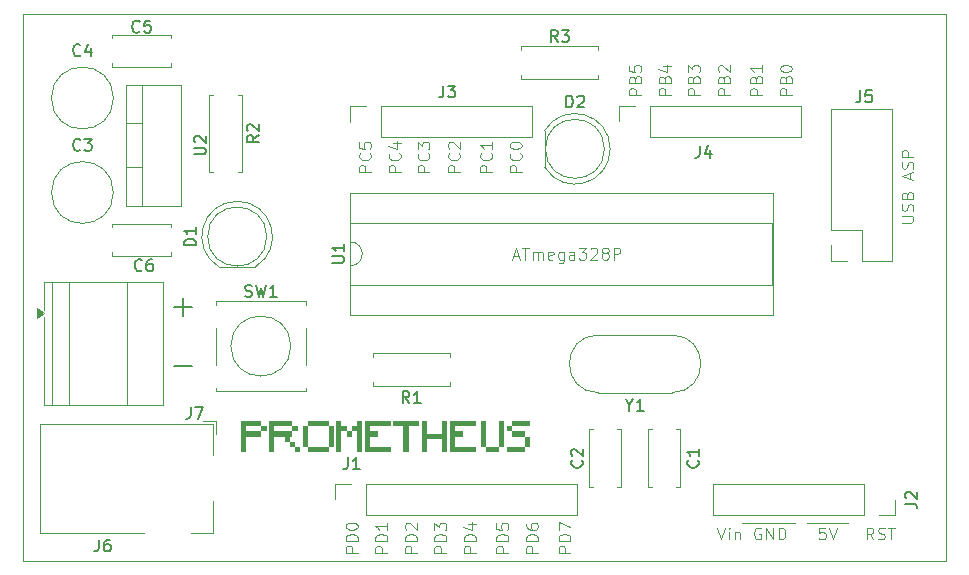
<source format=gbr>
%TF.GenerationSoftware,KiCad,Pcbnew,9.0.2*%
%TF.CreationDate,2025-12-18T18:42:25-03:00*%
%TF.ProjectId,Prometheus,50726f6d-6574-4686-9575-732e6b696361,2025-11-29*%
%TF.SameCoordinates,Original*%
%TF.FileFunction,Legend,Top*%
%TF.FilePolarity,Positive*%
%FSLAX46Y46*%
G04 Gerber Fmt 4.6, Leading zero omitted, Abs format (unit mm)*
G04 Created by KiCad (PCBNEW 9.0.2) date 2025-12-18 18:42:25*
%MOMM*%
%LPD*%
G01*
G04 APERTURE LIST*
%ADD10C,0.100000*%
%ADD11C,0.200000*%
%ADD12C,0.150000*%
%ADD13C,0.120000*%
%TA.AperFunction,Profile*%
%ADD14C,0.050000*%
%TD*%
G04 APERTURE END LIST*
D10*
X179150000Y-114540000D02*
X182650000Y-114540000D01*
X173650000Y-114540000D02*
X178150000Y-114540000D01*
X187157419Y-89087618D02*
X187966942Y-89087618D01*
X187966942Y-89087618D02*
X188062180Y-89039999D01*
X188062180Y-89039999D02*
X188109800Y-88992380D01*
X188109800Y-88992380D02*
X188157419Y-88897142D01*
X188157419Y-88897142D02*
X188157419Y-88706666D01*
X188157419Y-88706666D02*
X188109800Y-88611428D01*
X188109800Y-88611428D02*
X188062180Y-88563809D01*
X188062180Y-88563809D02*
X187966942Y-88516190D01*
X187966942Y-88516190D02*
X187157419Y-88516190D01*
X188109800Y-88087618D02*
X188157419Y-87944761D01*
X188157419Y-87944761D02*
X188157419Y-87706666D01*
X188157419Y-87706666D02*
X188109800Y-87611428D01*
X188109800Y-87611428D02*
X188062180Y-87563809D01*
X188062180Y-87563809D02*
X187966942Y-87516190D01*
X187966942Y-87516190D02*
X187871704Y-87516190D01*
X187871704Y-87516190D02*
X187776466Y-87563809D01*
X187776466Y-87563809D02*
X187728847Y-87611428D01*
X187728847Y-87611428D02*
X187681228Y-87706666D01*
X187681228Y-87706666D02*
X187633609Y-87897142D01*
X187633609Y-87897142D02*
X187585990Y-87992380D01*
X187585990Y-87992380D02*
X187538371Y-88039999D01*
X187538371Y-88039999D02*
X187443133Y-88087618D01*
X187443133Y-88087618D02*
X187347895Y-88087618D01*
X187347895Y-88087618D02*
X187252657Y-88039999D01*
X187252657Y-88039999D02*
X187205038Y-87992380D01*
X187205038Y-87992380D02*
X187157419Y-87897142D01*
X187157419Y-87897142D02*
X187157419Y-87659047D01*
X187157419Y-87659047D02*
X187205038Y-87516190D01*
X187633609Y-86754285D02*
X187681228Y-86611428D01*
X187681228Y-86611428D02*
X187728847Y-86563809D01*
X187728847Y-86563809D02*
X187824085Y-86516190D01*
X187824085Y-86516190D02*
X187966942Y-86516190D01*
X187966942Y-86516190D02*
X188062180Y-86563809D01*
X188062180Y-86563809D02*
X188109800Y-86611428D01*
X188109800Y-86611428D02*
X188157419Y-86706666D01*
X188157419Y-86706666D02*
X188157419Y-87087618D01*
X188157419Y-87087618D02*
X187157419Y-87087618D01*
X187157419Y-87087618D02*
X187157419Y-86754285D01*
X187157419Y-86754285D02*
X187205038Y-86659047D01*
X187205038Y-86659047D02*
X187252657Y-86611428D01*
X187252657Y-86611428D02*
X187347895Y-86563809D01*
X187347895Y-86563809D02*
X187443133Y-86563809D01*
X187443133Y-86563809D02*
X187538371Y-86611428D01*
X187538371Y-86611428D02*
X187585990Y-86659047D01*
X187585990Y-86659047D02*
X187633609Y-86754285D01*
X187633609Y-86754285D02*
X187633609Y-87087618D01*
X187871704Y-85373332D02*
X187871704Y-84897142D01*
X188157419Y-85468570D02*
X187157419Y-85135237D01*
X187157419Y-85135237D02*
X188157419Y-84801904D01*
X188109800Y-84516189D02*
X188157419Y-84373332D01*
X188157419Y-84373332D02*
X188157419Y-84135237D01*
X188157419Y-84135237D02*
X188109800Y-84039999D01*
X188109800Y-84039999D02*
X188062180Y-83992380D01*
X188062180Y-83992380D02*
X187966942Y-83944761D01*
X187966942Y-83944761D02*
X187871704Y-83944761D01*
X187871704Y-83944761D02*
X187776466Y-83992380D01*
X187776466Y-83992380D02*
X187728847Y-84039999D01*
X187728847Y-84039999D02*
X187681228Y-84135237D01*
X187681228Y-84135237D02*
X187633609Y-84325713D01*
X187633609Y-84325713D02*
X187585990Y-84420951D01*
X187585990Y-84420951D02*
X187538371Y-84468570D01*
X187538371Y-84468570D02*
X187443133Y-84516189D01*
X187443133Y-84516189D02*
X187347895Y-84516189D01*
X187347895Y-84516189D02*
X187252657Y-84468570D01*
X187252657Y-84468570D02*
X187205038Y-84420951D01*
X187205038Y-84420951D02*
X187157419Y-84325713D01*
X187157419Y-84325713D02*
X187157419Y-84087618D01*
X187157419Y-84087618D02*
X187205038Y-83944761D01*
X188157419Y-83516189D02*
X187157419Y-83516189D01*
X187157419Y-83516189D02*
X187157419Y-83135237D01*
X187157419Y-83135237D02*
X187205038Y-83039999D01*
X187205038Y-83039999D02*
X187252657Y-82992380D01*
X187252657Y-82992380D02*
X187347895Y-82944761D01*
X187347895Y-82944761D02*
X187490752Y-82944761D01*
X187490752Y-82944761D02*
X187585990Y-82992380D01*
X187585990Y-82992380D02*
X187633609Y-83039999D01*
X187633609Y-83039999D02*
X187681228Y-83135237D01*
X187681228Y-83135237D02*
X187681228Y-83516189D01*
X170057419Y-78278094D02*
X169057419Y-78278094D01*
X169057419Y-78278094D02*
X169057419Y-77897142D01*
X169057419Y-77897142D02*
X169105038Y-77801904D01*
X169105038Y-77801904D02*
X169152657Y-77754285D01*
X169152657Y-77754285D02*
X169247895Y-77706666D01*
X169247895Y-77706666D02*
X169390752Y-77706666D01*
X169390752Y-77706666D02*
X169485990Y-77754285D01*
X169485990Y-77754285D02*
X169533609Y-77801904D01*
X169533609Y-77801904D02*
X169581228Y-77897142D01*
X169581228Y-77897142D02*
X169581228Y-78278094D01*
X169533609Y-76944761D02*
X169581228Y-76801904D01*
X169581228Y-76801904D02*
X169628847Y-76754285D01*
X169628847Y-76754285D02*
X169724085Y-76706666D01*
X169724085Y-76706666D02*
X169866942Y-76706666D01*
X169866942Y-76706666D02*
X169962180Y-76754285D01*
X169962180Y-76754285D02*
X170009800Y-76801904D01*
X170009800Y-76801904D02*
X170057419Y-76897142D01*
X170057419Y-76897142D02*
X170057419Y-77278094D01*
X170057419Y-77278094D02*
X169057419Y-77278094D01*
X169057419Y-77278094D02*
X169057419Y-76944761D01*
X169057419Y-76944761D02*
X169105038Y-76849523D01*
X169105038Y-76849523D02*
X169152657Y-76801904D01*
X169152657Y-76801904D02*
X169247895Y-76754285D01*
X169247895Y-76754285D02*
X169343133Y-76754285D01*
X169343133Y-76754285D02*
X169438371Y-76801904D01*
X169438371Y-76801904D02*
X169485990Y-76849523D01*
X169485990Y-76849523D02*
X169533609Y-76944761D01*
X169533609Y-76944761D02*
X169533609Y-77278094D01*
X169057419Y-76373332D02*
X169057419Y-75754285D01*
X169057419Y-75754285D02*
X169438371Y-76087618D01*
X169438371Y-76087618D02*
X169438371Y-75944761D01*
X169438371Y-75944761D02*
X169485990Y-75849523D01*
X169485990Y-75849523D02*
X169533609Y-75801904D01*
X169533609Y-75801904D02*
X169628847Y-75754285D01*
X169628847Y-75754285D02*
X169866942Y-75754285D01*
X169866942Y-75754285D02*
X169962180Y-75801904D01*
X169962180Y-75801904D02*
X170009800Y-75849523D01*
X170009800Y-75849523D02*
X170057419Y-75944761D01*
X170057419Y-75944761D02*
X170057419Y-76230475D01*
X170057419Y-76230475D02*
X170009800Y-76325713D01*
X170009800Y-76325713D02*
X169962180Y-76373332D01*
X175357419Y-78278094D02*
X174357419Y-78278094D01*
X174357419Y-78278094D02*
X174357419Y-77897142D01*
X174357419Y-77897142D02*
X174405038Y-77801904D01*
X174405038Y-77801904D02*
X174452657Y-77754285D01*
X174452657Y-77754285D02*
X174547895Y-77706666D01*
X174547895Y-77706666D02*
X174690752Y-77706666D01*
X174690752Y-77706666D02*
X174785990Y-77754285D01*
X174785990Y-77754285D02*
X174833609Y-77801904D01*
X174833609Y-77801904D02*
X174881228Y-77897142D01*
X174881228Y-77897142D02*
X174881228Y-78278094D01*
X174833609Y-76944761D02*
X174881228Y-76801904D01*
X174881228Y-76801904D02*
X174928847Y-76754285D01*
X174928847Y-76754285D02*
X175024085Y-76706666D01*
X175024085Y-76706666D02*
X175166942Y-76706666D01*
X175166942Y-76706666D02*
X175262180Y-76754285D01*
X175262180Y-76754285D02*
X175309800Y-76801904D01*
X175309800Y-76801904D02*
X175357419Y-76897142D01*
X175357419Y-76897142D02*
X175357419Y-77278094D01*
X175357419Y-77278094D02*
X174357419Y-77278094D01*
X174357419Y-77278094D02*
X174357419Y-76944761D01*
X174357419Y-76944761D02*
X174405038Y-76849523D01*
X174405038Y-76849523D02*
X174452657Y-76801904D01*
X174452657Y-76801904D02*
X174547895Y-76754285D01*
X174547895Y-76754285D02*
X174643133Y-76754285D01*
X174643133Y-76754285D02*
X174738371Y-76801904D01*
X174738371Y-76801904D02*
X174785990Y-76849523D01*
X174785990Y-76849523D02*
X174833609Y-76944761D01*
X174833609Y-76944761D02*
X174833609Y-77278094D01*
X175357419Y-75754285D02*
X175357419Y-76325713D01*
X175357419Y-76039999D02*
X174357419Y-76039999D01*
X174357419Y-76039999D02*
X174500276Y-76135237D01*
X174500276Y-76135237D02*
X174595514Y-76230475D01*
X174595514Y-76230475D02*
X174643133Y-76325713D01*
D11*
X125580268Y-96252933D02*
X127104078Y-96252933D01*
X126342173Y-97014838D02*
X126342173Y-95491028D01*
D10*
X177857419Y-78278094D02*
X176857419Y-78278094D01*
X176857419Y-78278094D02*
X176857419Y-77897142D01*
X176857419Y-77897142D02*
X176905038Y-77801904D01*
X176905038Y-77801904D02*
X176952657Y-77754285D01*
X176952657Y-77754285D02*
X177047895Y-77706666D01*
X177047895Y-77706666D02*
X177190752Y-77706666D01*
X177190752Y-77706666D02*
X177285990Y-77754285D01*
X177285990Y-77754285D02*
X177333609Y-77801904D01*
X177333609Y-77801904D02*
X177381228Y-77897142D01*
X177381228Y-77897142D02*
X177381228Y-78278094D01*
X177333609Y-76944761D02*
X177381228Y-76801904D01*
X177381228Y-76801904D02*
X177428847Y-76754285D01*
X177428847Y-76754285D02*
X177524085Y-76706666D01*
X177524085Y-76706666D02*
X177666942Y-76706666D01*
X177666942Y-76706666D02*
X177762180Y-76754285D01*
X177762180Y-76754285D02*
X177809800Y-76801904D01*
X177809800Y-76801904D02*
X177857419Y-76897142D01*
X177857419Y-76897142D02*
X177857419Y-77278094D01*
X177857419Y-77278094D02*
X176857419Y-77278094D01*
X176857419Y-77278094D02*
X176857419Y-76944761D01*
X176857419Y-76944761D02*
X176905038Y-76849523D01*
X176905038Y-76849523D02*
X176952657Y-76801904D01*
X176952657Y-76801904D02*
X177047895Y-76754285D01*
X177047895Y-76754285D02*
X177143133Y-76754285D01*
X177143133Y-76754285D02*
X177238371Y-76801904D01*
X177238371Y-76801904D02*
X177285990Y-76849523D01*
X177285990Y-76849523D02*
X177333609Y-76944761D01*
X177333609Y-76944761D02*
X177333609Y-77278094D01*
X176857419Y-76087618D02*
X176857419Y-75992380D01*
X176857419Y-75992380D02*
X176905038Y-75897142D01*
X176905038Y-75897142D02*
X176952657Y-75849523D01*
X176952657Y-75849523D02*
X177047895Y-75801904D01*
X177047895Y-75801904D02*
X177238371Y-75754285D01*
X177238371Y-75754285D02*
X177476466Y-75754285D01*
X177476466Y-75754285D02*
X177666942Y-75801904D01*
X177666942Y-75801904D02*
X177762180Y-75849523D01*
X177762180Y-75849523D02*
X177809800Y-75897142D01*
X177809800Y-75897142D02*
X177857419Y-75992380D01*
X177857419Y-75992380D02*
X177857419Y-76087618D01*
X177857419Y-76087618D02*
X177809800Y-76182856D01*
X177809800Y-76182856D02*
X177762180Y-76230475D01*
X177762180Y-76230475D02*
X177666942Y-76278094D01*
X177666942Y-76278094D02*
X177476466Y-76325713D01*
X177476466Y-76325713D02*
X177238371Y-76325713D01*
X177238371Y-76325713D02*
X177047895Y-76278094D01*
X177047895Y-76278094D02*
X176952657Y-76230475D01*
X176952657Y-76230475D02*
X176905038Y-76182856D01*
X176905038Y-76182856D02*
X176857419Y-76087618D01*
X167607419Y-78278094D02*
X166607419Y-78278094D01*
X166607419Y-78278094D02*
X166607419Y-77897142D01*
X166607419Y-77897142D02*
X166655038Y-77801904D01*
X166655038Y-77801904D02*
X166702657Y-77754285D01*
X166702657Y-77754285D02*
X166797895Y-77706666D01*
X166797895Y-77706666D02*
X166940752Y-77706666D01*
X166940752Y-77706666D02*
X167035990Y-77754285D01*
X167035990Y-77754285D02*
X167083609Y-77801904D01*
X167083609Y-77801904D02*
X167131228Y-77897142D01*
X167131228Y-77897142D02*
X167131228Y-78278094D01*
X167083609Y-76944761D02*
X167131228Y-76801904D01*
X167131228Y-76801904D02*
X167178847Y-76754285D01*
X167178847Y-76754285D02*
X167274085Y-76706666D01*
X167274085Y-76706666D02*
X167416942Y-76706666D01*
X167416942Y-76706666D02*
X167512180Y-76754285D01*
X167512180Y-76754285D02*
X167559800Y-76801904D01*
X167559800Y-76801904D02*
X167607419Y-76897142D01*
X167607419Y-76897142D02*
X167607419Y-77278094D01*
X167607419Y-77278094D02*
X166607419Y-77278094D01*
X166607419Y-77278094D02*
X166607419Y-76944761D01*
X166607419Y-76944761D02*
X166655038Y-76849523D01*
X166655038Y-76849523D02*
X166702657Y-76801904D01*
X166702657Y-76801904D02*
X166797895Y-76754285D01*
X166797895Y-76754285D02*
X166893133Y-76754285D01*
X166893133Y-76754285D02*
X166988371Y-76801904D01*
X166988371Y-76801904D02*
X167035990Y-76849523D01*
X167035990Y-76849523D02*
X167083609Y-76944761D01*
X167083609Y-76944761D02*
X167083609Y-77278094D01*
X166940752Y-75849523D02*
X167607419Y-75849523D01*
X166559800Y-76087618D02*
X167274085Y-76325713D01*
X167274085Y-76325713D02*
X167274085Y-75706666D01*
X149757419Y-84778094D02*
X148757419Y-84778094D01*
X148757419Y-84778094D02*
X148757419Y-84397142D01*
X148757419Y-84397142D02*
X148805038Y-84301904D01*
X148805038Y-84301904D02*
X148852657Y-84254285D01*
X148852657Y-84254285D02*
X148947895Y-84206666D01*
X148947895Y-84206666D02*
X149090752Y-84206666D01*
X149090752Y-84206666D02*
X149185990Y-84254285D01*
X149185990Y-84254285D02*
X149233609Y-84301904D01*
X149233609Y-84301904D02*
X149281228Y-84397142D01*
X149281228Y-84397142D02*
X149281228Y-84778094D01*
X149662180Y-83206666D02*
X149709800Y-83254285D01*
X149709800Y-83254285D02*
X149757419Y-83397142D01*
X149757419Y-83397142D02*
X149757419Y-83492380D01*
X149757419Y-83492380D02*
X149709800Y-83635237D01*
X149709800Y-83635237D02*
X149614561Y-83730475D01*
X149614561Y-83730475D02*
X149519323Y-83778094D01*
X149519323Y-83778094D02*
X149328847Y-83825713D01*
X149328847Y-83825713D02*
X149185990Y-83825713D01*
X149185990Y-83825713D02*
X148995514Y-83778094D01*
X148995514Y-83778094D02*
X148900276Y-83730475D01*
X148900276Y-83730475D02*
X148805038Y-83635237D01*
X148805038Y-83635237D02*
X148757419Y-83492380D01*
X148757419Y-83492380D02*
X148757419Y-83397142D01*
X148757419Y-83397142D02*
X148805038Y-83254285D01*
X148805038Y-83254285D02*
X148852657Y-83206666D01*
X148852657Y-82825713D02*
X148805038Y-82778094D01*
X148805038Y-82778094D02*
X148757419Y-82682856D01*
X148757419Y-82682856D02*
X148757419Y-82444761D01*
X148757419Y-82444761D02*
X148805038Y-82349523D01*
X148805038Y-82349523D02*
X148852657Y-82301904D01*
X148852657Y-82301904D02*
X148947895Y-82254285D01*
X148947895Y-82254285D02*
X149043133Y-82254285D01*
X149043133Y-82254285D02*
X149185990Y-82301904D01*
X149185990Y-82301904D02*
X149757419Y-82873332D01*
X149757419Y-82873332D02*
X149757419Y-82254285D01*
D11*
X125580268Y-101252933D02*
X127104078Y-101252933D01*
D10*
X146107419Y-117028094D02*
X145107419Y-117028094D01*
X145107419Y-117028094D02*
X145107419Y-116647142D01*
X145107419Y-116647142D02*
X145155038Y-116551904D01*
X145155038Y-116551904D02*
X145202657Y-116504285D01*
X145202657Y-116504285D02*
X145297895Y-116456666D01*
X145297895Y-116456666D02*
X145440752Y-116456666D01*
X145440752Y-116456666D02*
X145535990Y-116504285D01*
X145535990Y-116504285D02*
X145583609Y-116551904D01*
X145583609Y-116551904D02*
X145631228Y-116647142D01*
X145631228Y-116647142D02*
X145631228Y-117028094D01*
X146107419Y-116028094D02*
X145107419Y-116028094D01*
X145107419Y-116028094D02*
X145107419Y-115789999D01*
X145107419Y-115789999D02*
X145155038Y-115647142D01*
X145155038Y-115647142D02*
X145250276Y-115551904D01*
X145250276Y-115551904D02*
X145345514Y-115504285D01*
X145345514Y-115504285D02*
X145535990Y-115456666D01*
X145535990Y-115456666D02*
X145678847Y-115456666D01*
X145678847Y-115456666D02*
X145869323Y-115504285D01*
X145869323Y-115504285D02*
X145964561Y-115551904D01*
X145964561Y-115551904D02*
X146059800Y-115647142D01*
X146059800Y-115647142D02*
X146107419Y-115789999D01*
X146107419Y-115789999D02*
X146107419Y-116028094D01*
X145202657Y-115075713D02*
X145155038Y-115028094D01*
X145155038Y-115028094D02*
X145107419Y-114932856D01*
X145107419Y-114932856D02*
X145107419Y-114694761D01*
X145107419Y-114694761D02*
X145155038Y-114599523D01*
X145155038Y-114599523D02*
X145202657Y-114551904D01*
X145202657Y-114551904D02*
X145297895Y-114504285D01*
X145297895Y-114504285D02*
X145393133Y-114504285D01*
X145393133Y-114504285D02*
X145535990Y-114551904D01*
X145535990Y-114551904D02*
X146107419Y-115123332D01*
X146107419Y-115123332D02*
X146107419Y-114504285D01*
D11*
G36*
X131418597Y-108515000D02*
G01*
X131200000Y-108515000D01*
X131200000Y-108296402D01*
X131200000Y-108077805D01*
X131200000Y-107859207D01*
X131200000Y-107640610D01*
X131200000Y-107422013D01*
X131200000Y-107203415D01*
X131200000Y-106984818D01*
X131200000Y-106766221D01*
X131200000Y-106547623D01*
X131200000Y-106329026D01*
X131200000Y-106110429D01*
X131200000Y-105891831D01*
X131418597Y-105891831D01*
X131637194Y-105891831D01*
X131855792Y-105891831D01*
X132074389Y-105891831D01*
X132292986Y-105891831D01*
X132511584Y-105891831D01*
X132730181Y-105891831D01*
X132948778Y-105891831D01*
X132948778Y-106110429D01*
X132948778Y-106329026D01*
X133167376Y-106329026D01*
X133385973Y-106329026D01*
X133385973Y-106547623D01*
X133385973Y-106766221D01*
X133167376Y-106766221D01*
X132948778Y-106766221D01*
X132948778Y-106547623D01*
X132948778Y-106329026D01*
X132730181Y-106329026D01*
X132511584Y-106329026D01*
X132292986Y-106329026D01*
X132074389Y-106329026D01*
X131855792Y-106329026D01*
X131637194Y-106329026D01*
X131637194Y-106547623D01*
X131637194Y-106766221D01*
X131855792Y-106766221D01*
X132074389Y-106766221D01*
X132292986Y-106766221D01*
X132511584Y-106766221D01*
X132730181Y-106766221D01*
X132948778Y-106766221D01*
X132948778Y-106984818D01*
X132948778Y-107203415D01*
X132730181Y-107203415D01*
X132511584Y-107203415D01*
X132292986Y-107203415D01*
X132074389Y-107203415D01*
X131855792Y-107203415D01*
X131637194Y-107203415D01*
X131637194Y-107422013D01*
X131637194Y-107640610D01*
X131637194Y-107859207D01*
X131637194Y-108077805D01*
X131637194Y-108296402D01*
X131637194Y-108515000D01*
X131418597Y-108515000D01*
G37*
G36*
X136010362Y-108515000D02*
G01*
X135791765Y-108515000D01*
X135791765Y-108296402D01*
X135791765Y-108077805D01*
X136010362Y-108077805D01*
X136228960Y-108077805D01*
X136228960Y-108296402D01*
X136228960Y-108515000D01*
X136010362Y-108515000D01*
G37*
G36*
X133824389Y-108515000D02*
G01*
X133605792Y-108515000D01*
X133605792Y-108296402D01*
X133605792Y-108077805D01*
X133605792Y-107859207D01*
X133605792Y-107640610D01*
X133605792Y-107422013D01*
X133605792Y-107203415D01*
X133605792Y-106984818D01*
X133605792Y-106766221D01*
X133605792Y-106547623D01*
X133605792Y-106329026D01*
X133605792Y-106110429D01*
X133605792Y-105891831D01*
X133824389Y-105891831D01*
X134042986Y-105891831D01*
X134261584Y-105891831D01*
X134480181Y-105891831D01*
X134698778Y-105891831D01*
X134917376Y-105891831D01*
X135135973Y-105891831D01*
X135354570Y-105891831D01*
X135573168Y-105891831D01*
X135573168Y-106110429D01*
X135573168Y-106329026D01*
X135791765Y-106329026D01*
X136010362Y-106329026D01*
X136010362Y-106547623D01*
X136010362Y-106766221D01*
X135791765Y-106766221D01*
X135573168Y-106766221D01*
X135573168Y-106547623D01*
X135573168Y-106329026D01*
X135354570Y-106329026D01*
X135135973Y-106329026D01*
X134917376Y-106329026D01*
X134698778Y-106329026D01*
X134480181Y-106329026D01*
X134261584Y-106329026D01*
X134042986Y-106329026D01*
X134042986Y-106547623D01*
X134042986Y-106766221D01*
X134261584Y-106766221D01*
X134480181Y-106766221D01*
X134698778Y-106766221D01*
X134917376Y-106766221D01*
X135135973Y-106766221D01*
X135354570Y-106766221D01*
X135573168Y-106766221D01*
X135573168Y-106984818D01*
X135573168Y-107203415D01*
X135354570Y-107203415D01*
X135354570Y-107422013D01*
X135354570Y-107640610D01*
X135573168Y-107640610D01*
X135791765Y-107640610D01*
X135791765Y-107859207D01*
X135791765Y-108077805D01*
X135573168Y-108077805D01*
X135354570Y-108077805D01*
X135354570Y-107859207D01*
X135354570Y-107640610D01*
X135135973Y-107640610D01*
X134917376Y-107640610D01*
X134917376Y-107422013D01*
X134917376Y-107203415D01*
X134698778Y-107203415D01*
X134480181Y-107203415D01*
X134261584Y-107203415D01*
X134042986Y-107203415D01*
X134042986Y-107422013D01*
X134042986Y-107640610D01*
X134042986Y-107859207D01*
X134042986Y-108077805D01*
X134042986Y-108296402D01*
X134042986Y-108515000D01*
X133824389Y-108515000D01*
G37*
G36*
X138416154Y-108515000D02*
G01*
X138197557Y-108515000D01*
X137978960Y-108515000D01*
X137760362Y-108515000D01*
X137541765Y-108515000D01*
X137323168Y-108515000D01*
X137104570Y-108515000D01*
X136885973Y-108515000D01*
X136885973Y-108296402D01*
X136885973Y-108077805D01*
X137104570Y-108077805D01*
X137323168Y-108077805D01*
X137541765Y-108077805D01*
X137760362Y-108077805D01*
X137978960Y-108077805D01*
X138197557Y-108077805D01*
X138416154Y-108077805D01*
X138634752Y-108077805D01*
X138634752Y-108296402D01*
X138634752Y-108515000D01*
X138416154Y-108515000D01*
G37*
G36*
X138634752Y-108077805D02*
G01*
X138634752Y-107859207D01*
X138634752Y-107640610D01*
X138634752Y-107422013D01*
X138634752Y-107203415D01*
X138634752Y-106984818D01*
X138634752Y-106766221D01*
X138634752Y-106547623D01*
X138634752Y-106329026D01*
X138853349Y-106329026D01*
X139071946Y-106329026D01*
X139071946Y-106547623D01*
X139071946Y-106766221D01*
X139071946Y-106984818D01*
X139071946Y-107203415D01*
X139071946Y-107422013D01*
X139071946Y-107640610D01*
X139071946Y-107859207D01*
X139071946Y-108077805D01*
X138853349Y-108077805D01*
X138634752Y-108077805D01*
G37*
G36*
X136885973Y-108077805D02*
G01*
X136667376Y-108077805D01*
X136448778Y-108077805D01*
X136448778Y-107859207D01*
X136448778Y-107640610D01*
X136448778Y-107422013D01*
X136448778Y-107203415D01*
X136448778Y-106984818D01*
X136448778Y-106766221D01*
X136448778Y-106547623D01*
X136448778Y-106329026D01*
X136667376Y-106329026D01*
X136885973Y-106329026D01*
X136885973Y-106547623D01*
X136885973Y-106766221D01*
X136885973Y-106984818D01*
X136885973Y-107203415D01*
X136885973Y-107422013D01*
X136885973Y-107640610D01*
X136885973Y-107859207D01*
X136885973Y-108077805D01*
G37*
G36*
X138634752Y-106329026D02*
G01*
X138416154Y-106329026D01*
X138197557Y-106329026D01*
X137978960Y-106329026D01*
X137760362Y-106329026D01*
X137541765Y-106329026D01*
X137323168Y-106329026D01*
X137104570Y-106329026D01*
X136885973Y-106329026D01*
X136885973Y-106110429D01*
X136885973Y-105891831D01*
X137104570Y-105891831D01*
X137323168Y-105891831D01*
X137541765Y-105891831D01*
X137760362Y-105891831D01*
X137978960Y-105891831D01*
X138197557Y-105891831D01*
X138416154Y-105891831D01*
X138634752Y-105891831D01*
X138634752Y-106110429D01*
X138634752Y-106329026D01*
G37*
G36*
X141259141Y-108515000D02*
G01*
X141040544Y-108515000D01*
X141040544Y-108296402D01*
X141040544Y-108077805D01*
X141040544Y-107859207D01*
X141040544Y-107640610D01*
X141040544Y-107422013D01*
X141040544Y-107203415D01*
X141040544Y-106984818D01*
X141040544Y-106766221D01*
X140821946Y-106766221D01*
X140603349Y-106766221D01*
X140603349Y-106984818D01*
X140603349Y-107203415D01*
X140384752Y-107203415D01*
X140166154Y-107203415D01*
X140166154Y-106984818D01*
X140166154Y-106766221D01*
X140384752Y-106766221D01*
X140603349Y-106766221D01*
X140603349Y-106547623D01*
X140603349Y-106329026D01*
X140821946Y-106329026D01*
X141040544Y-106329026D01*
X141040544Y-106110429D01*
X141040544Y-105891831D01*
X141259141Y-105891831D01*
X141477739Y-105891831D01*
X141477739Y-106110429D01*
X141477739Y-106329026D01*
X141477739Y-106547623D01*
X141477739Y-106766221D01*
X141477739Y-106984818D01*
X141477739Y-107203415D01*
X141477739Y-107422013D01*
X141477739Y-107640610D01*
X141477739Y-107859207D01*
X141477739Y-108077805D01*
X141477739Y-108296402D01*
X141477739Y-108515000D01*
X141259141Y-108515000D01*
G37*
G36*
X139510362Y-108515000D02*
G01*
X139291765Y-108515000D01*
X139291765Y-108296402D01*
X139291765Y-108077805D01*
X139291765Y-107859207D01*
X139291765Y-107640610D01*
X139291765Y-107422013D01*
X139291765Y-107203415D01*
X139291765Y-106984818D01*
X139291765Y-106766221D01*
X139291765Y-106547623D01*
X139291765Y-106329026D01*
X139291765Y-106110429D01*
X139291765Y-105891831D01*
X139510362Y-105891831D01*
X139728960Y-105891831D01*
X139728960Y-106110429D01*
X139728960Y-106329026D01*
X139947557Y-106329026D01*
X140166154Y-106329026D01*
X140166154Y-106547623D01*
X140166154Y-106766221D01*
X139947557Y-106766221D01*
X139728960Y-106766221D01*
X139728960Y-106984818D01*
X139728960Y-107203415D01*
X139728960Y-107422013D01*
X139728960Y-107640610D01*
X139728960Y-107859207D01*
X139728960Y-108077805D01*
X139728960Y-108296402D01*
X139728960Y-108515000D01*
X139510362Y-108515000D01*
G37*
G36*
X143664933Y-108515000D02*
G01*
X143446336Y-108515000D01*
X143227739Y-108515000D01*
X143009141Y-108515000D01*
X142790544Y-108515000D01*
X142571946Y-108515000D01*
X142353349Y-108515000D01*
X142134752Y-108515000D01*
X141916154Y-108515000D01*
X141697557Y-108515000D01*
X141697557Y-108296402D01*
X141697557Y-108077805D01*
X141697557Y-107859207D01*
X141697557Y-107640610D01*
X141697557Y-107422013D01*
X141697557Y-107203415D01*
X141697557Y-106984818D01*
X141697557Y-106766221D01*
X141697557Y-106547623D01*
X141697557Y-106329026D01*
X141697557Y-106110429D01*
X141697557Y-105891831D01*
X141916154Y-105891831D01*
X142134752Y-105891831D01*
X142353349Y-105891831D01*
X142571946Y-105891831D01*
X142790544Y-105891831D01*
X143009141Y-105891831D01*
X143227739Y-105891831D01*
X143446336Y-105891831D01*
X143664933Y-105891831D01*
X143883531Y-105891831D01*
X143883531Y-106110429D01*
X143883531Y-106329026D01*
X143664933Y-106329026D01*
X143446336Y-106329026D01*
X143227739Y-106329026D01*
X143009141Y-106329026D01*
X142790544Y-106329026D01*
X142571946Y-106329026D01*
X142353349Y-106329026D01*
X142134752Y-106329026D01*
X142134752Y-106547623D01*
X142134752Y-106766221D01*
X142353349Y-106766221D01*
X142571946Y-106766221D01*
X142790544Y-106766221D01*
X142790544Y-106984818D01*
X142790544Y-107203415D01*
X142571946Y-107203415D01*
X142353349Y-107203415D01*
X142134752Y-107203415D01*
X142134752Y-107422013D01*
X142134752Y-107640610D01*
X142134752Y-107859207D01*
X142134752Y-108077805D01*
X142353349Y-108077805D01*
X142571946Y-108077805D01*
X142790544Y-108077805D01*
X143009141Y-108077805D01*
X143227739Y-108077805D01*
X143446336Y-108077805D01*
X143664933Y-108077805D01*
X143883531Y-108077805D01*
X143883531Y-108296402D01*
X143883531Y-108515000D01*
X143664933Y-108515000D01*
G37*
G36*
X145196336Y-108515000D02*
G01*
X144977739Y-108515000D01*
X144977739Y-108296402D01*
X144977739Y-108077805D01*
X144977739Y-107859207D01*
X144977739Y-107640610D01*
X144977739Y-107422013D01*
X144977739Y-107203415D01*
X144977739Y-106984818D01*
X144977739Y-106766221D01*
X144977739Y-106547623D01*
X144977739Y-106329026D01*
X144759141Y-106329026D01*
X144540544Y-106329026D01*
X144321946Y-106329026D01*
X144103349Y-106329026D01*
X144103349Y-106110429D01*
X144103349Y-105891831D01*
X144321946Y-105891831D01*
X144540544Y-105891831D01*
X144759141Y-105891831D01*
X144977739Y-105891831D01*
X145196336Y-105891831D01*
X145414933Y-105891831D01*
X145633531Y-105891831D01*
X145852128Y-105891831D01*
X146070725Y-105891831D01*
X146289323Y-105891831D01*
X146289323Y-106110429D01*
X146289323Y-106329026D01*
X146070725Y-106329026D01*
X145852128Y-106329026D01*
X145633531Y-106329026D01*
X145414933Y-106329026D01*
X145414933Y-106547623D01*
X145414933Y-106766221D01*
X145414933Y-106984818D01*
X145414933Y-107203415D01*
X145414933Y-107422013D01*
X145414933Y-107640610D01*
X145414933Y-107859207D01*
X145414933Y-108077805D01*
X145414933Y-108296402D01*
X145414933Y-108515000D01*
X145196336Y-108515000D01*
G37*
G36*
X148476517Y-108515000D02*
G01*
X148257920Y-108515000D01*
X148257920Y-108296402D01*
X148257920Y-108077805D01*
X148257920Y-107859207D01*
X148257920Y-107640610D01*
X148257920Y-107422013D01*
X148039323Y-107422013D01*
X147820725Y-107422013D01*
X147602128Y-107422013D01*
X147383531Y-107422013D01*
X147164933Y-107422013D01*
X146946336Y-107422013D01*
X146946336Y-107640610D01*
X146946336Y-107859207D01*
X146946336Y-108077805D01*
X146946336Y-108296402D01*
X146946336Y-108515000D01*
X146727739Y-108515000D01*
X146509141Y-108515000D01*
X146509141Y-108296402D01*
X146509141Y-108077805D01*
X146509141Y-107859207D01*
X146509141Y-107640610D01*
X146509141Y-107422013D01*
X146509141Y-107203415D01*
X146509141Y-106984818D01*
X146509141Y-106766221D01*
X146509141Y-106547623D01*
X146509141Y-106329026D01*
X146509141Y-106110429D01*
X146509141Y-105891831D01*
X146727739Y-105891831D01*
X146946336Y-105891831D01*
X146946336Y-106110429D01*
X146946336Y-106329026D01*
X146946336Y-106547623D01*
X146946336Y-106766221D01*
X146946336Y-106984818D01*
X147164933Y-106984818D01*
X147383531Y-106984818D01*
X147602128Y-106984818D01*
X147820725Y-106984818D01*
X148039323Y-106984818D01*
X148257920Y-106984818D01*
X148257920Y-106766221D01*
X148257920Y-106547623D01*
X148257920Y-106329026D01*
X148257920Y-106110429D01*
X148257920Y-105891831D01*
X148476517Y-105891831D01*
X148695115Y-105891831D01*
X148695115Y-106110429D01*
X148695115Y-106329026D01*
X148695115Y-106547623D01*
X148695115Y-106766221D01*
X148695115Y-106984818D01*
X148695115Y-107203415D01*
X148695115Y-107422013D01*
X148695115Y-107640610D01*
X148695115Y-107859207D01*
X148695115Y-108077805D01*
X148695115Y-108296402D01*
X148695115Y-108515000D01*
X148476517Y-108515000D01*
G37*
G36*
X150882309Y-108515000D02*
G01*
X150663712Y-108515000D01*
X150445115Y-108515000D01*
X150226517Y-108515000D01*
X150007920Y-108515000D01*
X149789323Y-108515000D01*
X149570725Y-108515000D01*
X149352128Y-108515000D01*
X149133531Y-108515000D01*
X148914933Y-108515000D01*
X148914933Y-108296402D01*
X148914933Y-108077805D01*
X148914933Y-107859207D01*
X148914933Y-107640610D01*
X148914933Y-107422013D01*
X148914933Y-107203415D01*
X148914933Y-106984818D01*
X148914933Y-106766221D01*
X148914933Y-106547623D01*
X148914933Y-106329026D01*
X148914933Y-106110429D01*
X148914933Y-105891831D01*
X149133531Y-105891831D01*
X149352128Y-105891831D01*
X149570725Y-105891831D01*
X149789323Y-105891831D01*
X150007920Y-105891831D01*
X150226517Y-105891831D01*
X150445115Y-105891831D01*
X150663712Y-105891831D01*
X150882309Y-105891831D01*
X151100907Y-105891831D01*
X151100907Y-106110429D01*
X151100907Y-106329026D01*
X150882309Y-106329026D01*
X150663712Y-106329026D01*
X150445115Y-106329026D01*
X150226517Y-106329026D01*
X150007920Y-106329026D01*
X149789323Y-106329026D01*
X149570725Y-106329026D01*
X149352128Y-106329026D01*
X149352128Y-106547623D01*
X149352128Y-106766221D01*
X149570725Y-106766221D01*
X149789323Y-106766221D01*
X150007920Y-106766221D01*
X150007920Y-106984818D01*
X150007920Y-107203415D01*
X149789323Y-107203415D01*
X149570725Y-107203415D01*
X149352128Y-107203415D01*
X149352128Y-107422013D01*
X149352128Y-107640610D01*
X149352128Y-107859207D01*
X149352128Y-108077805D01*
X149570725Y-108077805D01*
X149789323Y-108077805D01*
X150007920Y-108077805D01*
X150226517Y-108077805D01*
X150445115Y-108077805D01*
X150663712Y-108077805D01*
X150882309Y-108077805D01*
X151100907Y-108077805D01*
X151100907Y-108296402D01*
X151100907Y-108515000D01*
X150882309Y-108515000D01*
G37*
G36*
X152850907Y-108515000D02*
G01*
X152632309Y-108515000D01*
X152413712Y-108515000D01*
X152195115Y-108515000D01*
X151976517Y-108515000D01*
X151976517Y-108296402D01*
X151976517Y-108077805D01*
X152195115Y-108077805D01*
X152413712Y-108077805D01*
X152632309Y-108077805D01*
X152850907Y-108077805D01*
X153069504Y-108077805D01*
X153069504Y-108296402D01*
X153069504Y-108515000D01*
X152850907Y-108515000D01*
G37*
G36*
X153069504Y-108077805D02*
G01*
X153069504Y-107859207D01*
X153069504Y-107640610D01*
X153069504Y-107422013D01*
X153069504Y-107203415D01*
X153069504Y-106984818D01*
X153069504Y-106766221D01*
X153069504Y-106547623D01*
X153069504Y-106329026D01*
X153069504Y-106110429D01*
X153069504Y-105891831D01*
X153288101Y-105891831D01*
X153506699Y-105891831D01*
X153506699Y-106110429D01*
X153506699Y-106329026D01*
X153506699Y-106547623D01*
X153506699Y-106766221D01*
X153506699Y-106984818D01*
X153506699Y-107203415D01*
X153506699Y-107422013D01*
X153506699Y-107640610D01*
X153506699Y-107859207D01*
X153506699Y-108077805D01*
X153288101Y-108077805D01*
X153069504Y-108077805D01*
G37*
G36*
X151976517Y-108077805D02*
G01*
X151757920Y-108077805D01*
X151539323Y-108077805D01*
X151539323Y-107859207D01*
X151539323Y-107640610D01*
X151539323Y-107422013D01*
X151539323Y-107203415D01*
X151539323Y-106984818D01*
X151539323Y-106766221D01*
X151539323Y-106547623D01*
X151539323Y-106329026D01*
X151539323Y-106110429D01*
X151539323Y-105891831D01*
X151757920Y-105891831D01*
X151976517Y-105891831D01*
X151976517Y-106110429D01*
X151976517Y-106329026D01*
X151976517Y-106547623D01*
X151976517Y-106766221D01*
X151976517Y-106984818D01*
X151976517Y-107203415D01*
X151976517Y-107422013D01*
X151976517Y-107640610D01*
X151976517Y-107859207D01*
X151976517Y-108077805D01*
G37*
G36*
X155038101Y-108515000D02*
G01*
X154819504Y-108515000D01*
X154600907Y-108515000D01*
X154382309Y-108515000D01*
X154163712Y-108515000D01*
X153945115Y-108515000D01*
X153726517Y-108515000D01*
X153726517Y-108296402D01*
X153726517Y-108077805D01*
X153945115Y-108077805D01*
X154163712Y-108077805D01*
X154382309Y-108077805D01*
X154600907Y-108077805D01*
X154819504Y-108077805D01*
X155038101Y-108077805D01*
X155256699Y-108077805D01*
X155256699Y-108296402D01*
X155256699Y-108515000D01*
X155038101Y-108515000D01*
G37*
G36*
X155256699Y-108077805D02*
G01*
X155256699Y-107859207D01*
X155256699Y-107640610D01*
X155256699Y-107422013D01*
X155256699Y-107203415D01*
X155475296Y-107203415D01*
X155693893Y-107203415D01*
X155693893Y-107422013D01*
X155693893Y-107640610D01*
X155693893Y-107859207D01*
X155693893Y-108077805D01*
X155475296Y-108077805D01*
X155256699Y-108077805D01*
G37*
G36*
X155256699Y-107203415D02*
G01*
X155038101Y-107203415D01*
X154819504Y-107203415D01*
X154600907Y-107203415D01*
X154382309Y-107203415D01*
X154163712Y-107203415D01*
X154163712Y-106984818D01*
X154163712Y-106766221D01*
X154382309Y-106766221D01*
X154600907Y-106766221D01*
X154819504Y-106766221D01*
X155038101Y-106766221D01*
X155256699Y-106766221D01*
X155256699Y-106984818D01*
X155256699Y-107203415D01*
G37*
G36*
X154163712Y-106766221D02*
G01*
X153945115Y-106766221D01*
X153726517Y-106766221D01*
X153726517Y-106547623D01*
X153726517Y-106329026D01*
X153945115Y-106329026D01*
X154163712Y-106329026D01*
X154163712Y-106547623D01*
X154163712Y-106766221D01*
G37*
G36*
X155475296Y-106329026D02*
G01*
X155256699Y-106329026D01*
X155038101Y-106329026D01*
X154819504Y-106329026D01*
X154600907Y-106329026D01*
X154382309Y-106329026D01*
X154163712Y-106329026D01*
X154163712Y-106110429D01*
X154163712Y-105891831D01*
X154382309Y-105891831D01*
X154600907Y-105891831D01*
X154819504Y-105891831D01*
X155038101Y-105891831D01*
X155256699Y-105891831D01*
X155475296Y-105891831D01*
X155693893Y-105891831D01*
X155693893Y-106110429D01*
X155693893Y-106329026D01*
X155475296Y-106329026D01*
G37*
D10*
X184775312Y-115912419D02*
X184441979Y-115436228D01*
X184203884Y-115912419D02*
X184203884Y-114912419D01*
X184203884Y-114912419D02*
X184584836Y-114912419D01*
X184584836Y-114912419D02*
X184680074Y-114960038D01*
X184680074Y-114960038D02*
X184727693Y-115007657D01*
X184727693Y-115007657D02*
X184775312Y-115102895D01*
X184775312Y-115102895D02*
X184775312Y-115245752D01*
X184775312Y-115245752D02*
X184727693Y-115340990D01*
X184727693Y-115340990D02*
X184680074Y-115388609D01*
X184680074Y-115388609D02*
X184584836Y-115436228D01*
X184584836Y-115436228D02*
X184203884Y-115436228D01*
X185156265Y-115864800D02*
X185299122Y-115912419D01*
X185299122Y-115912419D02*
X185537217Y-115912419D01*
X185537217Y-115912419D02*
X185632455Y-115864800D01*
X185632455Y-115864800D02*
X185680074Y-115817180D01*
X185680074Y-115817180D02*
X185727693Y-115721942D01*
X185727693Y-115721942D02*
X185727693Y-115626704D01*
X185727693Y-115626704D02*
X185680074Y-115531466D01*
X185680074Y-115531466D02*
X185632455Y-115483847D01*
X185632455Y-115483847D02*
X185537217Y-115436228D01*
X185537217Y-115436228D02*
X185346741Y-115388609D01*
X185346741Y-115388609D02*
X185251503Y-115340990D01*
X185251503Y-115340990D02*
X185203884Y-115293371D01*
X185203884Y-115293371D02*
X185156265Y-115198133D01*
X185156265Y-115198133D02*
X185156265Y-115102895D01*
X185156265Y-115102895D02*
X185203884Y-115007657D01*
X185203884Y-115007657D02*
X185251503Y-114960038D01*
X185251503Y-114960038D02*
X185346741Y-114912419D01*
X185346741Y-114912419D02*
X185584836Y-114912419D01*
X185584836Y-114912419D02*
X185727693Y-114960038D01*
X186013408Y-114912419D02*
X186584836Y-114912419D01*
X186299122Y-115912419D02*
X186299122Y-114912419D01*
X143607419Y-117028094D02*
X142607419Y-117028094D01*
X142607419Y-117028094D02*
X142607419Y-116647142D01*
X142607419Y-116647142D02*
X142655038Y-116551904D01*
X142655038Y-116551904D02*
X142702657Y-116504285D01*
X142702657Y-116504285D02*
X142797895Y-116456666D01*
X142797895Y-116456666D02*
X142940752Y-116456666D01*
X142940752Y-116456666D02*
X143035990Y-116504285D01*
X143035990Y-116504285D02*
X143083609Y-116551904D01*
X143083609Y-116551904D02*
X143131228Y-116647142D01*
X143131228Y-116647142D02*
X143131228Y-117028094D01*
X143607419Y-116028094D02*
X142607419Y-116028094D01*
X142607419Y-116028094D02*
X142607419Y-115789999D01*
X142607419Y-115789999D02*
X142655038Y-115647142D01*
X142655038Y-115647142D02*
X142750276Y-115551904D01*
X142750276Y-115551904D02*
X142845514Y-115504285D01*
X142845514Y-115504285D02*
X143035990Y-115456666D01*
X143035990Y-115456666D02*
X143178847Y-115456666D01*
X143178847Y-115456666D02*
X143369323Y-115504285D01*
X143369323Y-115504285D02*
X143464561Y-115551904D01*
X143464561Y-115551904D02*
X143559800Y-115647142D01*
X143559800Y-115647142D02*
X143607419Y-115789999D01*
X143607419Y-115789999D02*
X143607419Y-116028094D01*
X143607419Y-114504285D02*
X143607419Y-115075713D01*
X143607419Y-114789999D02*
X142607419Y-114789999D01*
X142607419Y-114789999D02*
X142750276Y-114885237D01*
X142750276Y-114885237D02*
X142845514Y-114980475D01*
X142845514Y-114980475D02*
X142893133Y-115075713D01*
X172632419Y-78278094D02*
X171632419Y-78278094D01*
X171632419Y-78278094D02*
X171632419Y-77897142D01*
X171632419Y-77897142D02*
X171680038Y-77801904D01*
X171680038Y-77801904D02*
X171727657Y-77754285D01*
X171727657Y-77754285D02*
X171822895Y-77706666D01*
X171822895Y-77706666D02*
X171965752Y-77706666D01*
X171965752Y-77706666D02*
X172060990Y-77754285D01*
X172060990Y-77754285D02*
X172108609Y-77801904D01*
X172108609Y-77801904D02*
X172156228Y-77897142D01*
X172156228Y-77897142D02*
X172156228Y-78278094D01*
X172108609Y-76944761D02*
X172156228Y-76801904D01*
X172156228Y-76801904D02*
X172203847Y-76754285D01*
X172203847Y-76754285D02*
X172299085Y-76706666D01*
X172299085Y-76706666D02*
X172441942Y-76706666D01*
X172441942Y-76706666D02*
X172537180Y-76754285D01*
X172537180Y-76754285D02*
X172584800Y-76801904D01*
X172584800Y-76801904D02*
X172632419Y-76897142D01*
X172632419Y-76897142D02*
X172632419Y-77278094D01*
X172632419Y-77278094D02*
X171632419Y-77278094D01*
X171632419Y-77278094D02*
X171632419Y-76944761D01*
X171632419Y-76944761D02*
X171680038Y-76849523D01*
X171680038Y-76849523D02*
X171727657Y-76801904D01*
X171727657Y-76801904D02*
X171822895Y-76754285D01*
X171822895Y-76754285D02*
X171918133Y-76754285D01*
X171918133Y-76754285D02*
X172013371Y-76801904D01*
X172013371Y-76801904D02*
X172060990Y-76849523D01*
X172060990Y-76849523D02*
X172108609Y-76944761D01*
X172108609Y-76944761D02*
X172108609Y-77278094D01*
X171727657Y-76325713D02*
X171680038Y-76278094D01*
X171680038Y-76278094D02*
X171632419Y-76182856D01*
X171632419Y-76182856D02*
X171632419Y-75944761D01*
X171632419Y-75944761D02*
X171680038Y-75849523D01*
X171680038Y-75849523D02*
X171727657Y-75801904D01*
X171727657Y-75801904D02*
X171822895Y-75754285D01*
X171822895Y-75754285D02*
X171918133Y-75754285D01*
X171918133Y-75754285D02*
X172060990Y-75801904D01*
X172060990Y-75801904D02*
X172632419Y-76373332D01*
X172632419Y-76373332D02*
X172632419Y-75754285D01*
X144732419Y-84778094D02*
X143732419Y-84778094D01*
X143732419Y-84778094D02*
X143732419Y-84397142D01*
X143732419Y-84397142D02*
X143780038Y-84301904D01*
X143780038Y-84301904D02*
X143827657Y-84254285D01*
X143827657Y-84254285D02*
X143922895Y-84206666D01*
X143922895Y-84206666D02*
X144065752Y-84206666D01*
X144065752Y-84206666D02*
X144160990Y-84254285D01*
X144160990Y-84254285D02*
X144208609Y-84301904D01*
X144208609Y-84301904D02*
X144256228Y-84397142D01*
X144256228Y-84397142D02*
X144256228Y-84778094D01*
X144637180Y-83206666D02*
X144684800Y-83254285D01*
X144684800Y-83254285D02*
X144732419Y-83397142D01*
X144732419Y-83397142D02*
X144732419Y-83492380D01*
X144732419Y-83492380D02*
X144684800Y-83635237D01*
X144684800Y-83635237D02*
X144589561Y-83730475D01*
X144589561Y-83730475D02*
X144494323Y-83778094D01*
X144494323Y-83778094D02*
X144303847Y-83825713D01*
X144303847Y-83825713D02*
X144160990Y-83825713D01*
X144160990Y-83825713D02*
X143970514Y-83778094D01*
X143970514Y-83778094D02*
X143875276Y-83730475D01*
X143875276Y-83730475D02*
X143780038Y-83635237D01*
X143780038Y-83635237D02*
X143732419Y-83492380D01*
X143732419Y-83492380D02*
X143732419Y-83397142D01*
X143732419Y-83397142D02*
X143780038Y-83254285D01*
X143780038Y-83254285D02*
X143827657Y-83206666D01*
X144065752Y-82349523D02*
X144732419Y-82349523D01*
X143684800Y-82587618D02*
X144399085Y-82825713D01*
X144399085Y-82825713D02*
X144399085Y-82206666D01*
X147182419Y-84778094D02*
X146182419Y-84778094D01*
X146182419Y-84778094D02*
X146182419Y-84397142D01*
X146182419Y-84397142D02*
X146230038Y-84301904D01*
X146230038Y-84301904D02*
X146277657Y-84254285D01*
X146277657Y-84254285D02*
X146372895Y-84206666D01*
X146372895Y-84206666D02*
X146515752Y-84206666D01*
X146515752Y-84206666D02*
X146610990Y-84254285D01*
X146610990Y-84254285D02*
X146658609Y-84301904D01*
X146658609Y-84301904D02*
X146706228Y-84397142D01*
X146706228Y-84397142D02*
X146706228Y-84778094D01*
X147087180Y-83206666D02*
X147134800Y-83254285D01*
X147134800Y-83254285D02*
X147182419Y-83397142D01*
X147182419Y-83397142D02*
X147182419Y-83492380D01*
X147182419Y-83492380D02*
X147134800Y-83635237D01*
X147134800Y-83635237D02*
X147039561Y-83730475D01*
X147039561Y-83730475D02*
X146944323Y-83778094D01*
X146944323Y-83778094D02*
X146753847Y-83825713D01*
X146753847Y-83825713D02*
X146610990Y-83825713D01*
X146610990Y-83825713D02*
X146420514Y-83778094D01*
X146420514Y-83778094D02*
X146325276Y-83730475D01*
X146325276Y-83730475D02*
X146230038Y-83635237D01*
X146230038Y-83635237D02*
X146182419Y-83492380D01*
X146182419Y-83492380D02*
X146182419Y-83397142D01*
X146182419Y-83397142D02*
X146230038Y-83254285D01*
X146230038Y-83254285D02*
X146277657Y-83206666D01*
X146182419Y-82873332D02*
X146182419Y-82254285D01*
X146182419Y-82254285D02*
X146563371Y-82587618D01*
X146563371Y-82587618D02*
X146563371Y-82444761D01*
X146563371Y-82444761D02*
X146610990Y-82349523D01*
X146610990Y-82349523D02*
X146658609Y-82301904D01*
X146658609Y-82301904D02*
X146753847Y-82254285D01*
X146753847Y-82254285D02*
X146991942Y-82254285D01*
X146991942Y-82254285D02*
X147087180Y-82301904D01*
X147087180Y-82301904D02*
X147134800Y-82349523D01*
X147134800Y-82349523D02*
X147182419Y-82444761D01*
X147182419Y-82444761D02*
X147182419Y-82730475D01*
X147182419Y-82730475D02*
X147134800Y-82825713D01*
X147134800Y-82825713D02*
X147087180Y-82873332D01*
X154982419Y-84778094D02*
X153982419Y-84778094D01*
X153982419Y-84778094D02*
X153982419Y-84397142D01*
X153982419Y-84397142D02*
X154030038Y-84301904D01*
X154030038Y-84301904D02*
X154077657Y-84254285D01*
X154077657Y-84254285D02*
X154172895Y-84206666D01*
X154172895Y-84206666D02*
X154315752Y-84206666D01*
X154315752Y-84206666D02*
X154410990Y-84254285D01*
X154410990Y-84254285D02*
X154458609Y-84301904D01*
X154458609Y-84301904D02*
X154506228Y-84397142D01*
X154506228Y-84397142D02*
X154506228Y-84778094D01*
X154887180Y-83206666D02*
X154934800Y-83254285D01*
X154934800Y-83254285D02*
X154982419Y-83397142D01*
X154982419Y-83397142D02*
X154982419Y-83492380D01*
X154982419Y-83492380D02*
X154934800Y-83635237D01*
X154934800Y-83635237D02*
X154839561Y-83730475D01*
X154839561Y-83730475D02*
X154744323Y-83778094D01*
X154744323Y-83778094D02*
X154553847Y-83825713D01*
X154553847Y-83825713D02*
X154410990Y-83825713D01*
X154410990Y-83825713D02*
X154220514Y-83778094D01*
X154220514Y-83778094D02*
X154125276Y-83730475D01*
X154125276Y-83730475D02*
X154030038Y-83635237D01*
X154030038Y-83635237D02*
X153982419Y-83492380D01*
X153982419Y-83492380D02*
X153982419Y-83397142D01*
X153982419Y-83397142D02*
X154030038Y-83254285D01*
X154030038Y-83254285D02*
X154077657Y-83206666D01*
X153982419Y-82587618D02*
X153982419Y-82492380D01*
X153982419Y-82492380D02*
X154030038Y-82397142D01*
X154030038Y-82397142D02*
X154077657Y-82349523D01*
X154077657Y-82349523D02*
X154172895Y-82301904D01*
X154172895Y-82301904D02*
X154363371Y-82254285D01*
X154363371Y-82254285D02*
X154601466Y-82254285D01*
X154601466Y-82254285D02*
X154791942Y-82301904D01*
X154791942Y-82301904D02*
X154887180Y-82349523D01*
X154887180Y-82349523D02*
X154934800Y-82397142D01*
X154934800Y-82397142D02*
X154982419Y-82492380D01*
X154982419Y-82492380D02*
X154982419Y-82587618D01*
X154982419Y-82587618D02*
X154934800Y-82682856D01*
X154934800Y-82682856D02*
X154887180Y-82730475D01*
X154887180Y-82730475D02*
X154791942Y-82778094D01*
X154791942Y-82778094D02*
X154601466Y-82825713D01*
X154601466Y-82825713D02*
X154363371Y-82825713D01*
X154363371Y-82825713D02*
X154172895Y-82778094D01*
X154172895Y-82778094D02*
X154077657Y-82730475D01*
X154077657Y-82730475D02*
X154030038Y-82682856D01*
X154030038Y-82682856D02*
X153982419Y-82587618D01*
X152482419Y-84778094D02*
X151482419Y-84778094D01*
X151482419Y-84778094D02*
X151482419Y-84397142D01*
X151482419Y-84397142D02*
X151530038Y-84301904D01*
X151530038Y-84301904D02*
X151577657Y-84254285D01*
X151577657Y-84254285D02*
X151672895Y-84206666D01*
X151672895Y-84206666D02*
X151815752Y-84206666D01*
X151815752Y-84206666D02*
X151910990Y-84254285D01*
X151910990Y-84254285D02*
X151958609Y-84301904D01*
X151958609Y-84301904D02*
X152006228Y-84397142D01*
X152006228Y-84397142D02*
X152006228Y-84778094D01*
X152387180Y-83206666D02*
X152434800Y-83254285D01*
X152434800Y-83254285D02*
X152482419Y-83397142D01*
X152482419Y-83397142D02*
X152482419Y-83492380D01*
X152482419Y-83492380D02*
X152434800Y-83635237D01*
X152434800Y-83635237D02*
X152339561Y-83730475D01*
X152339561Y-83730475D02*
X152244323Y-83778094D01*
X152244323Y-83778094D02*
X152053847Y-83825713D01*
X152053847Y-83825713D02*
X151910990Y-83825713D01*
X151910990Y-83825713D02*
X151720514Y-83778094D01*
X151720514Y-83778094D02*
X151625276Y-83730475D01*
X151625276Y-83730475D02*
X151530038Y-83635237D01*
X151530038Y-83635237D02*
X151482419Y-83492380D01*
X151482419Y-83492380D02*
X151482419Y-83397142D01*
X151482419Y-83397142D02*
X151530038Y-83254285D01*
X151530038Y-83254285D02*
X151577657Y-83206666D01*
X152482419Y-82254285D02*
X152482419Y-82825713D01*
X152482419Y-82539999D02*
X151482419Y-82539999D01*
X151482419Y-82539999D02*
X151625276Y-82635237D01*
X151625276Y-82635237D02*
X151720514Y-82730475D01*
X151720514Y-82730475D02*
X151768133Y-82825713D01*
X159107419Y-117028094D02*
X158107419Y-117028094D01*
X158107419Y-117028094D02*
X158107419Y-116647142D01*
X158107419Y-116647142D02*
X158155038Y-116551904D01*
X158155038Y-116551904D02*
X158202657Y-116504285D01*
X158202657Y-116504285D02*
X158297895Y-116456666D01*
X158297895Y-116456666D02*
X158440752Y-116456666D01*
X158440752Y-116456666D02*
X158535990Y-116504285D01*
X158535990Y-116504285D02*
X158583609Y-116551904D01*
X158583609Y-116551904D02*
X158631228Y-116647142D01*
X158631228Y-116647142D02*
X158631228Y-117028094D01*
X159107419Y-116028094D02*
X158107419Y-116028094D01*
X158107419Y-116028094D02*
X158107419Y-115789999D01*
X158107419Y-115789999D02*
X158155038Y-115647142D01*
X158155038Y-115647142D02*
X158250276Y-115551904D01*
X158250276Y-115551904D02*
X158345514Y-115504285D01*
X158345514Y-115504285D02*
X158535990Y-115456666D01*
X158535990Y-115456666D02*
X158678847Y-115456666D01*
X158678847Y-115456666D02*
X158869323Y-115504285D01*
X158869323Y-115504285D02*
X158964561Y-115551904D01*
X158964561Y-115551904D02*
X159059800Y-115647142D01*
X159059800Y-115647142D02*
X159107419Y-115789999D01*
X159107419Y-115789999D02*
X159107419Y-116028094D01*
X158107419Y-115123332D02*
X158107419Y-114456666D01*
X158107419Y-114456666D02*
X159107419Y-114885237D01*
X171561027Y-114912419D02*
X171894360Y-115912419D01*
X171894360Y-115912419D02*
X172227693Y-114912419D01*
X172561027Y-115912419D02*
X172561027Y-115245752D01*
X172561027Y-114912419D02*
X172513408Y-114960038D01*
X172513408Y-114960038D02*
X172561027Y-115007657D01*
X172561027Y-115007657D02*
X172608646Y-114960038D01*
X172608646Y-114960038D02*
X172561027Y-114912419D01*
X172561027Y-114912419D02*
X172561027Y-115007657D01*
X173037217Y-115245752D02*
X173037217Y-115912419D01*
X173037217Y-115340990D02*
X173084836Y-115293371D01*
X173084836Y-115293371D02*
X173180074Y-115245752D01*
X173180074Y-115245752D02*
X173322931Y-115245752D01*
X173322931Y-115245752D02*
X173418169Y-115293371D01*
X173418169Y-115293371D02*
X173465788Y-115388609D01*
X173465788Y-115388609D02*
X173465788Y-115912419D01*
X180680074Y-114912419D02*
X180203884Y-114912419D01*
X180203884Y-114912419D02*
X180156265Y-115388609D01*
X180156265Y-115388609D02*
X180203884Y-115340990D01*
X180203884Y-115340990D02*
X180299122Y-115293371D01*
X180299122Y-115293371D02*
X180537217Y-115293371D01*
X180537217Y-115293371D02*
X180632455Y-115340990D01*
X180632455Y-115340990D02*
X180680074Y-115388609D01*
X180680074Y-115388609D02*
X180727693Y-115483847D01*
X180727693Y-115483847D02*
X180727693Y-115721942D01*
X180727693Y-115721942D02*
X180680074Y-115817180D01*
X180680074Y-115817180D02*
X180632455Y-115864800D01*
X180632455Y-115864800D02*
X180537217Y-115912419D01*
X180537217Y-115912419D02*
X180299122Y-115912419D01*
X180299122Y-115912419D02*
X180203884Y-115864800D01*
X180203884Y-115864800D02*
X180156265Y-115817180D01*
X181013408Y-114912419D02*
X181346741Y-115912419D01*
X181346741Y-115912419D02*
X181680074Y-114912419D01*
X151107419Y-117028094D02*
X150107419Y-117028094D01*
X150107419Y-117028094D02*
X150107419Y-116647142D01*
X150107419Y-116647142D02*
X150155038Y-116551904D01*
X150155038Y-116551904D02*
X150202657Y-116504285D01*
X150202657Y-116504285D02*
X150297895Y-116456666D01*
X150297895Y-116456666D02*
X150440752Y-116456666D01*
X150440752Y-116456666D02*
X150535990Y-116504285D01*
X150535990Y-116504285D02*
X150583609Y-116551904D01*
X150583609Y-116551904D02*
X150631228Y-116647142D01*
X150631228Y-116647142D02*
X150631228Y-117028094D01*
X151107419Y-116028094D02*
X150107419Y-116028094D01*
X150107419Y-116028094D02*
X150107419Y-115789999D01*
X150107419Y-115789999D02*
X150155038Y-115647142D01*
X150155038Y-115647142D02*
X150250276Y-115551904D01*
X150250276Y-115551904D02*
X150345514Y-115504285D01*
X150345514Y-115504285D02*
X150535990Y-115456666D01*
X150535990Y-115456666D02*
X150678847Y-115456666D01*
X150678847Y-115456666D02*
X150869323Y-115504285D01*
X150869323Y-115504285D02*
X150964561Y-115551904D01*
X150964561Y-115551904D02*
X151059800Y-115647142D01*
X151059800Y-115647142D02*
X151107419Y-115789999D01*
X151107419Y-115789999D02*
X151107419Y-116028094D01*
X150440752Y-114599523D02*
X151107419Y-114599523D01*
X150059800Y-114837618D02*
X150774085Y-115075713D01*
X150774085Y-115075713D02*
X150774085Y-114456666D01*
X142232419Y-84778094D02*
X141232419Y-84778094D01*
X141232419Y-84778094D02*
X141232419Y-84397142D01*
X141232419Y-84397142D02*
X141280038Y-84301904D01*
X141280038Y-84301904D02*
X141327657Y-84254285D01*
X141327657Y-84254285D02*
X141422895Y-84206666D01*
X141422895Y-84206666D02*
X141565752Y-84206666D01*
X141565752Y-84206666D02*
X141660990Y-84254285D01*
X141660990Y-84254285D02*
X141708609Y-84301904D01*
X141708609Y-84301904D02*
X141756228Y-84397142D01*
X141756228Y-84397142D02*
X141756228Y-84778094D01*
X142137180Y-83206666D02*
X142184800Y-83254285D01*
X142184800Y-83254285D02*
X142232419Y-83397142D01*
X142232419Y-83397142D02*
X142232419Y-83492380D01*
X142232419Y-83492380D02*
X142184800Y-83635237D01*
X142184800Y-83635237D02*
X142089561Y-83730475D01*
X142089561Y-83730475D02*
X141994323Y-83778094D01*
X141994323Y-83778094D02*
X141803847Y-83825713D01*
X141803847Y-83825713D02*
X141660990Y-83825713D01*
X141660990Y-83825713D02*
X141470514Y-83778094D01*
X141470514Y-83778094D02*
X141375276Y-83730475D01*
X141375276Y-83730475D02*
X141280038Y-83635237D01*
X141280038Y-83635237D02*
X141232419Y-83492380D01*
X141232419Y-83492380D02*
X141232419Y-83397142D01*
X141232419Y-83397142D02*
X141280038Y-83254285D01*
X141280038Y-83254285D02*
X141327657Y-83206666D01*
X141232419Y-82301904D02*
X141232419Y-82778094D01*
X141232419Y-82778094D02*
X141708609Y-82825713D01*
X141708609Y-82825713D02*
X141660990Y-82778094D01*
X141660990Y-82778094D02*
X141613371Y-82682856D01*
X141613371Y-82682856D02*
X141613371Y-82444761D01*
X141613371Y-82444761D02*
X141660990Y-82349523D01*
X141660990Y-82349523D02*
X141708609Y-82301904D01*
X141708609Y-82301904D02*
X141803847Y-82254285D01*
X141803847Y-82254285D02*
X142041942Y-82254285D01*
X142041942Y-82254285D02*
X142137180Y-82301904D01*
X142137180Y-82301904D02*
X142184800Y-82349523D01*
X142184800Y-82349523D02*
X142232419Y-82444761D01*
X142232419Y-82444761D02*
X142232419Y-82682856D01*
X142232419Y-82682856D02*
X142184800Y-82778094D01*
X142184800Y-82778094D02*
X142137180Y-82825713D01*
X154256265Y-91926704D02*
X154732455Y-91926704D01*
X154161027Y-92212419D02*
X154494360Y-91212419D01*
X154494360Y-91212419D02*
X154827693Y-92212419D01*
X155018170Y-91212419D02*
X155589598Y-91212419D01*
X155303884Y-92212419D02*
X155303884Y-91212419D01*
X155922932Y-92212419D02*
X155922932Y-91545752D01*
X155922932Y-91640990D02*
X155970551Y-91593371D01*
X155970551Y-91593371D02*
X156065789Y-91545752D01*
X156065789Y-91545752D02*
X156208646Y-91545752D01*
X156208646Y-91545752D02*
X156303884Y-91593371D01*
X156303884Y-91593371D02*
X156351503Y-91688609D01*
X156351503Y-91688609D02*
X156351503Y-92212419D01*
X156351503Y-91688609D02*
X156399122Y-91593371D01*
X156399122Y-91593371D02*
X156494360Y-91545752D01*
X156494360Y-91545752D02*
X156637217Y-91545752D01*
X156637217Y-91545752D02*
X156732456Y-91593371D01*
X156732456Y-91593371D02*
X156780075Y-91688609D01*
X156780075Y-91688609D02*
X156780075Y-92212419D01*
X157637217Y-92164800D02*
X157541979Y-92212419D01*
X157541979Y-92212419D02*
X157351503Y-92212419D01*
X157351503Y-92212419D02*
X157256265Y-92164800D01*
X157256265Y-92164800D02*
X157208646Y-92069561D01*
X157208646Y-92069561D02*
X157208646Y-91688609D01*
X157208646Y-91688609D02*
X157256265Y-91593371D01*
X157256265Y-91593371D02*
X157351503Y-91545752D01*
X157351503Y-91545752D02*
X157541979Y-91545752D01*
X157541979Y-91545752D02*
X157637217Y-91593371D01*
X157637217Y-91593371D02*
X157684836Y-91688609D01*
X157684836Y-91688609D02*
X157684836Y-91783847D01*
X157684836Y-91783847D02*
X157208646Y-91879085D01*
X158541979Y-91545752D02*
X158541979Y-92355276D01*
X158541979Y-92355276D02*
X158494360Y-92450514D01*
X158494360Y-92450514D02*
X158446741Y-92498133D01*
X158446741Y-92498133D02*
X158351503Y-92545752D01*
X158351503Y-92545752D02*
X158208646Y-92545752D01*
X158208646Y-92545752D02*
X158113408Y-92498133D01*
X158541979Y-92164800D02*
X158446741Y-92212419D01*
X158446741Y-92212419D02*
X158256265Y-92212419D01*
X158256265Y-92212419D02*
X158161027Y-92164800D01*
X158161027Y-92164800D02*
X158113408Y-92117180D01*
X158113408Y-92117180D02*
X158065789Y-92021942D01*
X158065789Y-92021942D02*
X158065789Y-91736228D01*
X158065789Y-91736228D02*
X158113408Y-91640990D01*
X158113408Y-91640990D02*
X158161027Y-91593371D01*
X158161027Y-91593371D02*
X158256265Y-91545752D01*
X158256265Y-91545752D02*
X158446741Y-91545752D01*
X158446741Y-91545752D02*
X158541979Y-91593371D01*
X159446741Y-92212419D02*
X159446741Y-91688609D01*
X159446741Y-91688609D02*
X159399122Y-91593371D01*
X159399122Y-91593371D02*
X159303884Y-91545752D01*
X159303884Y-91545752D02*
X159113408Y-91545752D01*
X159113408Y-91545752D02*
X159018170Y-91593371D01*
X159446741Y-92164800D02*
X159351503Y-92212419D01*
X159351503Y-92212419D02*
X159113408Y-92212419D01*
X159113408Y-92212419D02*
X159018170Y-92164800D01*
X159018170Y-92164800D02*
X158970551Y-92069561D01*
X158970551Y-92069561D02*
X158970551Y-91974323D01*
X158970551Y-91974323D02*
X159018170Y-91879085D01*
X159018170Y-91879085D02*
X159113408Y-91831466D01*
X159113408Y-91831466D02*
X159351503Y-91831466D01*
X159351503Y-91831466D02*
X159446741Y-91783847D01*
X159827694Y-91212419D02*
X160446741Y-91212419D01*
X160446741Y-91212419D02*
X160113408Y-91593371D01*
X160113408Y-91593371D02*
X160256265Y-91593371D01*
X160256265Y-91593371D02*
X160351503Y-91640990D01*
X160351503Y-91640990D02*
X160399122Y-91688609D01*
X160399122Y-91688609D02*
X160446741Y-91783847D01*
X160446741Y-91783847D02*
X160446741Y-92021942D01*
X160446741Y-92021942D02*
X160399122Y-92117180D01*
X160399122Y-92117180D02*
X160351503Y-92164800D01*
X160351503Y-92164800D02*
X160256265Y-92212419D01*
X160256265Y-92212419D02*
X159970551Y-92212419D01*
X159970551Y-92212419D02*
X159875313Y-92164800D01*
X159875313Y-92164800D02*
X159827694Y-92117180D01*
X160827694Y-91307657D02*
X160875313Y-91260038D01*
X160875313Y-91260038D02*
X160970551Y-91212419D01*
X160970551Y-91212419D02*
X161208646Y-91212419D01*
X161208646Y-91212419D02*
X161303884Y-91260038D01*
X161303884Y-91260038D02*
X161351503Y-91307657D01*
X161351503Y-91307657D02*
X161399122Y-91402895D01*
X161399122Y-91402895D02*
X161399122Y-91498133D01*
X161399122Y-91498133D02*
X161351503Y-91640990D01*
X161351503Y-91640990D02*
X160780075Y-92212419D01*
X160780075Y-92212419D02*
X161399122Y-92212419D01*
X161970551Y-91640990D02*
X161875313Y-91593371D01*
X161875313Y-91593371D02*
X161827694Y-91545752D01*
X161827694Y-91545752D02*
X161780075Y-91450514D01*
X161780075Y-91450514D02*
X161780075Y-91402895D01*
X161780075Y-91402895D02*
X161827694Y-91307657D01*
X161827694Y-91307657D02*
X161875313Y-91260038D01*
X161875313Y-91260038D02*
X161970551Y-91212419D01*
X161970551Y-91212419D02*
X162161027Y-91212419D01*
X162161027Y-91212419D02*
X162256265Y-91260038D01*
X162256265Y-91260038D02*
X162303884Y-91307657D01*
X162303884Y-91307657D02*
X162351503Y-91402895D01*
X162351503Y-91402895D02*
X162351503Y-91450514D01*
X162351503Y-91450514D02*
X162303884Y-91545752D01*
X162303884Y-91545752D02*
X162256265Y-91593371D01*
X162256265Y-91593371D02*
X162161027Y-91640990D01*
X162161027Y-91640990D02*
X161970551Y-91640990D01*
X161970551Y-91640990D02*
X161875313Y-91688609D01*
X161875313Y-91688609D02*
X161827694Y-91736228D01*
X161827694Y-91736228D02*
X161780075Y-91831466D01*
X161780075Y-91831466D02*
X161780075Y-92021942D01*
X161780075Y-92021942D02*
X161827694Y-92117180D01*
X161827694Y-92117180D02*
X161875313Y-92164800D01*
X161875313Y-92164800D02*
X161970551Y-92212419D01*
X161970551Y-92212419D02*
X162161027Y-92212419D01*
X162161027Y-92212419D02*
X162256265Y-92164800D01*
X162256265Y-92164800D02*
X162303884Y-92117180D01*
X162303884Y-92117180D02*
X162351503Y-92021942D01*
X162351503Y-92021942D02*
X162351503Y-91831466D01*
X162351503Y-91831466D02*
X162303884Y-91736228D01*
X162303884Y-91736228D02*
X162256265Y-91688609D01*
X162256265Y-91688609D02*
X162161027Y-91640990D01*
X162780075Y-92212419D02*
X162780075Y-91212419D01*
X162780075Y-91212419D02*
X163161027Y-91212419D01*
X163161027Y-91212419D02*
X163256265Y-91260038D01*
X163256265Y-91260038D02*
X163303884Y-91307657D01*
X163303884Y-91307657D02*
X163351503Y-91402895D01*
X163351503Y-91402895D02*
X163351503Y-91545752D01*
X163351503Y-91545752D02*
X163303884Y-91640990D01*
X163303884Y-91640990D02*
X163256265Y-91688609D01*
X163256265Y-91688609D02*
X163161027Y-91736228D01*
X163161027Y-91736228D02*
X162780075Y-91736228D01*
X153857419Y-117028094D02*
X152857419Y-117028094D01*
X152857419Y-117028094D02*
X152857419Y-116647142D01*
X152857419Y-116647142D02*
X152905038Y-116551904D01*
X152905038Y-116551904D02*
X152952657Y-116504285D01*
X152952657Y-116504285D02*
X153047895Y-116456666D01*
X153047895Y-116456666D02*
X153190752Y-116456666D01*
X153190752Y-116456666D02*
X153285990Y-116504285D01*
X153285990Y-116504285D02*
X153333609Y-116551904D01*
X153333609Y-116551904D02*
X153381228Y-116647142D01*
X153381228Y-116647142D02*
X153381228Y-117028094D01*
X153857419Y-116028094D02*
X152857419Y-116028094D01*
X152857419Y-116028094D02*
X152857419Y-115789999D01*
X152857419Y-115789999D02*
X152905038Y-115647142D01*
X152905038Y-115647142D02*
X153000276Y-115551904D01*
X153000276Y-115551904D02*
X153095514Y-115504285D01*
X153095514Y-115504285D02*
X153285990Y-115456666D01*
X153285990Y-115456666D02*
X153428847Y-115456666D01*
X153428847Y-115456666D02*
X153619323Y-115504285D01*
X153619323Y-115504285D02*
X153714561Y-115551904D01*
X153714561Y-115551904D02*
X153809800Y-115647142D01*
X153809800Y-115647142D02*
X153857419Y-115789999D01*
X153857419Y-115789999D02*
X153857419Y-116028094D01*
X152857419Y-114551904D02*
X152857419Y-115028094D01*
X152857419Y-115028094D02*
X153333609Y-115075713D01*
X153333609Y-115075713D02*
X153285990Y-115028094D01*
X153285990Y-115028094D02*
X153238371Y-114932856D01*
X153238371Y-114932856D02*
X153238371Y-114694761D01*
X153238371Y-114694761D02*
X153285990Y-114599523D01*
X153285990Y-114599523D02*
X153333609Y-114551904D01*
X153333609Y-114551904D02*
X153428847Y-114504285D01*
X153428847Y-114504285D02*
X153666942Y-114504285D01*
X153666942Y-114504285D02*
X153762180Y-114551904D01*
X153762180Y-114551904D02*
X153809800Y-114599523D01*
X153809800Y-114599523D02*
X153857419Y-114694761D01*
X153857419Y-114694761D02*
X153857419Y-114932856D01*
X153857419Y-114932856D02*
X153809800Y-115028094D01*
X153809800Y-115028094D02*
X153762180Y-115075713D01*
X156357419Y-117028094D02*
X155357419Y-117028094D01*
X155357419Y-117028094D02*
X155357419Y-116647142D01*
X155357419Y-116647142D02*
X155405038Y-116551904D01*
X155405038Y-116551904D02*
X155452657Y-116504285D01*
X155452657Y-116504285D02*
X155547895Y-116456666D01*
X155547895Y-116456666D02*
X155690752Y-116456666D01*
X155690752Y-116456666D02*
X155785990Y-116504285D01*
X155785990Y-116504285D02*
X155833609Y-116551904D01*
X155833609Y-116551904D02*
X155881228Y-116647142D01*
X155881228Y-116647142D02*
X155881228Y-117028094D01*
X156357419Y-116028094D02*
X155357419Y-116028094D01*
X155357419Y-116028094D02*
X155357419Y-115789999D01*
X155357419Y-115789999D02*
X155405038Y-115647142D01*
X155405038Y-115647142D02*
X155500276Y-115551904D01*
X155500276Y-115551904D02*
X155595514Y-115504285D01*
X155595514Y-115504285D02*
X155785990Y-115456666D01*
X155785990Y-115456666D02*
X155928847Y-115456666D01*
X155928847Y-115456666D02*
X156119323Y-115504285D01*
X156119323Y-115504285D02*
X156214561Y-115551904D01*
X156214561Y-115551904D02*
X156309800Y-115647142D01*
X156309800Y-115647142D02*
X156357419Y-115789999D01*
X156357419Y-115789999D02*
X156357419Y-116028094D01*
X155357419Y-114599523D02*
X155357419Y-114789999D01*
X155357419Y-114789999D02*
X155405038Y-114885237D01*
X155405038Y-114885237D02*
X155452657Y-114932856D01*
X155452657Y-114932856D02*
X155595514Y-115028094D01*
X155595514Y-115028094D02*
X155785990Y-115075713D01*
X155785990Y-115075713D02*
X156166942Y-115075713D01*
X156166942Y-115075713D02*
X156262180Y-115028094D01*
X156262180Y-115028094D02*
X156309800Y-114980475D01*
X156309800Y-114980475D02*
X156357419Y-114885237D01*
X156357419Y-114885237D02*
X156357419Y-114694761D01*
X156357419Y-114694761D02*
X156309800Y-114599523D01*
X156309800Y-114599523D02*
X156262180Y-114551904D01*
X156262180Y-114551904D02*
X156166942Y-114504285D01*
X156166942Y-114504285D02*
X155928847Y-114504285D01*
X155928847Y-114504285D02*
X155833609Y-114551904D01*
X155833609Y-114551904D02*
X155785990Y-114599523D01*
X155785990Y-114599523D02*
X155738371Y-114694761D01*
X155738371Y-114694761D02*
X155738371Y-114885237D01*
X155738371Y-114885237D02*
X155785990Y-114980475D01*
X155785990Y-114980475D02*
X155833609Y-115028094D01*
X155833609Y-115028094D02*
X155928847Y-115075713D01*
X175227693Y-114960038D02*
X175132455Y-114912419D01*
X175132455Y-114912419D02*
X174989598Y-114912419D01*
X174989598Y-114912419D02*
X174846741Y-114960038D01*
X174846741Y-114960038D02*
X174751503Y-115055276D01*
X174751503Y-115055276D02*
X174703884Y-115150514D01*
X174703884Y-115150514D02*
X174656265Y-115340990D01*
X174656265Y-115340990D02*
X174656265Y-115483847D01*
X174656265Y-115483847D02*
X174703884Y-115674323D01*
X174703884Y-115674323D02*
X174751503Y-115769561D01*
X174751503Y-115769561D02*
X174846741Y-115864800D01*
X174846741Y-115864800D02*
X174989598Y-115912419D01*
X174989598Y-115912419D02*
X175084836Y-115912419D01*
X175084836Y-115912419D02*
X175227693Y-115864800D01*
X175227693Y-115864800D02*
X175275312Y-115817180D01*
X175275312Y-115817180D02*
X175275312Y-115483847D01*
X175275312Y-115483847D02*
X175084836Y-115483847D01*
X175703884Y-115912419D02*
X175703884Y-114912419D01*
X175703884Y-114912419D02*
X176275312Y-115912419D01*
X176275312Y-115912419D02*
X176275312Y-114912419D01*
X176751503Y-115912419D02*
X176751503Y-114912419D01*
X176751503Y-114912419D02*
X176989598Y-114912419D01*
X176989598Y-114912419D02*
X177132455Y-114960038D01*
X177132455Y-114960038D02*
X177227693Y-115055276D01*
X177227693Y-115055276D02*
X177275312Y-115150514D01*
X177275312Y-115150514D02*
X177322931Y-115340990D01*
X177322931Y-115340990D02*
X177322931Y-115483847D01*
X177322931Y-115483847D02*
X177275312Y-115674323D01*
X177275312Y-115674323D02*
X177227693Y-115769561D01*
X177227693Y-115769561D02*
X177132455Y-115864800D01*
X177132455Y-115864800D02*
X176989598Y-115912419D01*
X176989598Y-115912419D02*
X176751503Y-115912419D01*
X165107419Y-78278094D02*
X164107419Y-78278094D01*
X164107419Y-78278094D02*
X164107419Y-77897142D01*
X164107419Y-77897142D02*
X164155038Y-77801904D01*
X164155038Y-77801904D02*
X164202657Y-77754285D01*
X164202657Y-77754285D02*
X164297895Y-77706666D01*
X164297895Y-77706666D02*
X164440752Y-77706666D01*
X164440752Y-77706666D02*
X164535990Y-77754285D01*
X164535990Y-77754285D02*
X164583609Y-77801904D01*
X164583609Y-77801904D02*
X164631228Y-77897142D01*
X164631228Y-77897142D02*
X164631228Y-78278094D01*
X164583609Y-76944761D02*
X164631228Y-76801904D01*
X164631228Y-76801904D02*
X164678847Y-76754285D01*
X164678847Y-76754285D02*
X164774085Y-76706666D01*
X164774085Y-76706666D02*
X164916942Y-76706666D01*
X164916942Y-76706666D02*
X165012180Y-76754285D01*
X165012180Y-76754285D02*
X165059800Y-76801904D01*
X165059800Y-76801904D02*
X165107419Y-76897142D01*
X165107419Y-76897142D02*
X165107419Y-77278094D01*
X165107419Y-77278094D02*
X164107419Y-77278094D01*
X164107419Y-77278094D02*
X164107419Y-76944761D01*
X164107419Y-76944761D02*
X164155038Y-76849523D01*
X164155038Y-76849523D02*
X164202657Y-76801904D01*
X164202657Y-76801904D02*
X164297895Y-76754285D01*
X164297895Y-76754285D02*
X164393133Y-76754285D01*
X164393133Y-76754285D02*
X164488371Y-76801904D01*
X164488371Y-76801904D02*
X164535990Y-76849523D01*
X164535990Y-76849523D02*
X164583609Y-76944761D01*
X164583609Y-76944761D02*
X164583609Y-77278094D01*
X164107419Y-75801904D02*
X164107419Y-76278094D01*
X164107419Y-76278094D02*
X164583609Y-76325713D01*
X164583609Y-76325713D02*
X164535990Y-76278094D01*
X164535990Y-76278094D02*
X164488371Y-76182856D01*
X164488371Y-76182856D02*
X164488371Y-75944761D01*
X164488371Y-75944761D02*
X164535990Y-75849523D01*
X164535990Y-75849523D02*
X164583609Y-75801904D01*
X164583609Y-75801904D02*
X164678847Y-75754285D01*
X164678847Y-75754285D02*
X164916942Y-75754285D01*
X164916942Y-75754285D02*
X165012180Y-75801904D01*
X165012180Y-75801904D02*
X165059800Y-75849523D01*
X165059800Y-75849523D02*
X165107419Y-75944761D01*
X165107419Y-75944761D02*
X165107419Y-76182856D01*
X165107419Y-76182856D02*
X165059800Y-76278094D01*
X165059800Y-76278094D02*
X165012180Y-76325713D01*
X141107419Y-117028094D02*
X140107419Y-117028094D01*
X140107419Y-117028094D02*
X140107419Y-116647142D01*
X140107419Y-116647142D02*
X140155038Y-116551904D01*
X140155038Y-116551904D02*
X140202657Y-116504285D01*
X140202657Y-116504285D02*
X140297895Y-116456666D01*
X140297895Y-116456666D02*
X140440752Y-116456666D01*
X140440752Y-116456666D02*
X140535990Y-116504285D01*
X140535990Y-116504285D02*
X140583609Y-116551904D01*
X140583609Y-116551904D02*
X140631228Y-116647142D01*
X140631228Y-116647142D02*
X140631228Y-117028094D01*
X141107419Y-116028094D02*
X140107419Y-116028094D01*
X140107419Y-116028094D02*
X140107419Y-115789999D01*
X140107419Y-115789999D02*
X140155038Y-115647142D01*
X140155038Y-115647142D02*
X140250276Y-115551904D01*
X140250276Y-115551904D02*
X140345514Y-115504285D01*
X140345514Y-115504285D02*
X140535990Y-115456666D01*
X140535990Y-115456666D02*
X140678847Y-115456666D01*
X140678847Y-115456666D02*
X140869323Y-115504285D01*
X140869323Y-115504285D02*
X140964561Y-115551904D01*
X140964561Y-115551904D02*
X141059800Y-115647142D01*
X141059800Y-115647142D02*
X141107419Y-115789999D01*
X141107419Y-115789999D02*
X141107419Y-116028094D01*
X140107419Y-114837618D02*
X140107419Y-114742380D01*
X140107419Y-114742380D02*
X140155038Y-114647142D01*
X140155038Y-114647142D02*
X140202657Y-114599523D01*
X140202657Y-114599523D02*
X140297895Y-114551904D01*
X140297895Y-114551904D02*
X140488371Y-114504285D01*
X140488371Y-114504285D02*
X140726466Y-114504285D01*
X140726466Y-114504285D02*
X140916942Y-114551904D01*
X140916942Y-114551904D02*
X141012180Y-114599523D01*
X141012180Y-114599523D02*
X141059800Y-114647142D01*
X141059800Y-114647142D02*
X141107419Y-114742380D01*
X141107419Y-114742380D02*
X141107419Y-114837618D01*
X141107419Y-114837618D02*
X141059800Y-114932856D01*
X141059800Y-114932856D02*
X141012180Y-114980475D01*
X141012180Y-114980475D02*
X140916942Y-115028094D01*
X140916942Y-115028094D02*
X140726466Y-115075713D01*
X140726466Y-115075713D02*
X140488371Y-115075713D01*
X140488371Y-115075713D02*
X140297895Y-115028094D01*
X140297895Y-115028094D02*
X140202657Y-114980475D01*
X140202657Y-114980475D02*
X140155038Y-114932856D01*
X140155038Y-114932856D02*
X140107419Y-114837618D01*
X148607419Y-117028094D02*
X147607419Y-117028094D01*
X147607419Y-117028094D02*
X147607419Y-116647142D01*
X147607419Y-116647142D02*
X147655038Y-116551904D01*
X147655038Y-116551904D02*
X147702657Y-116504285D01*
X147702657Y-116504285D02*
X147797895Y-116456666D01*
X147797895Y-116456666D02*
X147940752Y-116456666D01*
X147940752Y-116456666D02*
X148035990Y-116504285D01*
X148035990Y-116504285D02*
X148083609Y-116551904D01*
X148083609Y-116551904D02*
X148131228Y-116647142D01*
X148131228Y-116647142D02*
X148131228Y-117028094D01*
X148607419Y-116028094D02*
X147607419Y-116028094D01*
X147607419Y-116028094D02*
X147607419Y-115789999D01*
X147607419Y-115789999D02*
X147655038Y-115647142D01*
X147655038Y-115647142D02*
X147750276Y-115551904D01*
X147750276Y-115551904D02*
X147845514Y-115504285D01*
X147845514Y-115504285D02*
X148035990Y-115456666D01*
X148035990Y-115456666D02*
X148178847Y-115456666D01*
X148178847Y-115456666D02*
X148369323Y-115504285D01*
X148369323Y-115504285D02*
X148464561Y-115551904D01*
X148464561Y-115551904D02*
X148559800Y-115647142D01*
X148559800Y-115647142D02*
X148607419Y-115789999D01*
X148607419Y-115789999D02*
X148607419Y-116028094D01*
X147607419Y-115123332D02*
X147607419Y-114504285D01*
X147607419Y-114504285D02*
X147988371Y-114837618D01*
X147988371Y-114837618D02*
X147988371Y-114694761D01*
X147988371Y-114694761D02*
X148035990Y-114599523D01*
X148035990Y-114599523D02*
X148083609Y-114551904D01*
X148083609Y-114551904D02*
X148178847Y-114504285D01*
X148178847Y-114504285D02*
X148416942Y-114504285D01*
X148416942Y-114504285D02*
X148512180Y-114551904D01*
X148512180Y-114551904D02*
X148559800Y-114599523D01*
X148559800Y-114599523D02*
X148607419Y-114694761D01*
X148607419Y-114694761D02*
X148607419Y-114980475D01*
X148607419Y-114980475D02*
X148559800Y-115075713D01*
X148559800Y-115075713D02*
X148512180Y-115123332D01*
D12*
X170066666Y-82594819D02*
X170066666Y-83309104D01*
X170066666Y-83309104D02*
X170019047Y-83451961D01*
X170019047Y-83451961D02*
X169923809Y-83547200D01*
X169923809Y-83547200D02*
X169780952Y-83594819D01*
X169780952Y-83594819D02*
X169685714Y-83594819D01*
X170971428Y-82928152D02*
X170971428Y-83594819D01*
X170733333Y-82547200D02*
X170495238Y-83261485D01*
X170495238Y-83261485D02*
X171114285Y-83261485D01*
X158033333Y-73794819D02*
X157700000Y-73318628D01*
X157461905Y-73794819D02*
X157461905Y-72794819D01*
X157461905Y-72794819D02*
X157842857Y-72794819D01*
X157842857Y-72794819D02*
X157938095Y-72842438D01*
X157938095Y-72842438D02*
X157985714Y-72890057D01*
X157985714Y-72890057D02*
X158033333Y-72985295D01*
X158033333Y-72985295D02*
X158033333Y-73128152D01*
X158033333Y-73128152D02*
X157985714Y-73223390D01*
X157985714Y-73223390D02*
X157938095Y-73271009D01*
X157938095Y-73271009D02*
X157842857Y-73318628D01*
X157842857Y-73318628D02*
X157461905Y-73318628D01*
X158366667Y-72794819D02*
X158985714Y-72794819D01*
X158985714Y-72794819D02*
X158652381Y-73175771D01*
X158652381Y-73175771D02*
X158795238Y-73175771D01*
X158795238Y-73175771D02*
X158890476Y-73223390D01*
X158890476Y-73223390D02*
X158938095Y-73271009D01*
X158938095Y-73271009D02*
X158985714Y-73366247D01*
X158985714Y-73366247D02*
X158985714Y-73604342D01*
X158985714Y-73604342D02*
X158938095Y-73699580D01*
X158938095Y-73699580D02*
X158890476Y-73747200D01*
X158890476Y-73747200D02*
X158795238Y-73794819D01*
X158795238Y-73794819D02*
X158509524Y-73794819D01*
X158509524Y-73794819D02*
X158414286Y-73747200D01*
X158414286Y-73747200D02*
X158366667Y-73699580D01*
X160074580Y-109206666D02*
X160122200Y-109254285D01*
X160122200Y-109254285D02*
X160169819Y-109397142D01*
X160169819Y-109397142D02*
X160169819Y-109492380D01*
X160169819Y-109492380D02*
X160122200Y-109635237D01*
X160122200Y-109635237D02*
X160026961Y-109730475D01*
X160026961Y-109730475D02*
X159931723Y-109778094D01*
X159931723Y-109778094D02*
X159741247Y-109825713D01*
X159741247Y-109825713D02*
X159598390Y-109825713D01*
X159598390Y-109825713D02*
X159407914Y-109778094D01*
X159407914Y-109778094D02*
X159312676Y-109730475D01*
X159312676Y-109730475D02*
X159217438Y-109635237D01*
X159217438Y-109635237D02*
X159169819Y-109492380D01*
X159169819Y-109492380D02*
X159169819Y-109397142D01*
X159169819Y-109397142D02*
X159217438Y-109254285D01*
X159217438Y-109254285D02*
X159265057Y-109206666D01*
X159265057Y-108825713D02*
X159217438Y-108778094D01*
X159217438Y-108778094D02*
X159169819Y-108682856D01*
X159169819Y-108682856D02*
X159169819Y-108444761D01*
X159169819Y-108444761D02*
X159217438Y-108349523D01*
X159217438Y-108349523D02*
X159265057Y-108301904D01*
X159265057Y-108301904D02*
X159360295Y-108254285D01*
X159360295Y-108254285D02*
X159455533Y-108254285D01*
X159455533Y-108254285D02*
X159598390Y-108301904D01*
X159598390Y-108301904D02*
X160169819Y-108873332D01*
X160169819Y-108873332D02*
X160169819Y-108254285D01*
X131566667Y-95327200D02*
X131709524Y-95374819D01*
X131709524Y-95374819D02*
X131947619Y-95374819D01*
X131947619Y-95374819D02*
X132042857Y-95327200D01*
X132042857Y-95327200D02*
X132090476Y-95279580D01*
X132090476Y-95279580D02*
X132138095Y-95184342D01*
X132138095Y-95184342D02*
X132138095Y-95089104D01*
X132138095Y-95089104D02*
X132090476Y-94993866D01*
X132090476Y-94993866D02*
X132042857Y-94946247D01*
X132042857Y-94946247D02*
X131947619Y-94898628D01*
X131947619Y-94898628D02*
X131757143Y-94851009D01*
X131757143Y-94851009D02*
X131661905Y-94803390D01*
X131661905Y-94803390D02*
X131614286Y-94755771D01*
X131614286Y-94755771D02*
X131566667Y-94660533D01*
X131566667Y-94660533D02*
X131566667Y-94565295D01*
X131566667Y-94565295D02*
X131614286Y-94470057D01*
X131614286Y-94470057D02*
X131661905Y-94422438D01*
X131661905Y-94422438D02*
X131757143Y-94374819D01*
X131757143Y-94374819D02*
X131995238Y-94374819D01*
X131995238Y-94374819D02*
X132138095Y-94422438D01*
X132471429Y-94374819D02*
X132709524Y-95374819D01*
X132709524Y-95374819D02*
X132900000Y-94660533D01*
X132900000Y-94660533D02*
X133090476Y-95374819D01*
X133090476Y-95374819D02*
X133328572Y-94374819D01*
X134233333Y-95374819D02*
X133661905Y-95374819D01*
X133947619Y-95374819D02*
X133947619Y-94374819D01*
X133947619Y-94374819D02*
X133852381Y-94517676D01*
X133852381Y-94517676D02*
X133757143Y-94612914D01*
X133757143Y-94612914D02*
X133661905Y-94660533D01*
X119189166Y-115932319D02*
X119189166Y-116646604D01*
X119189166Y-116646604D02*
X119141547Y-116789461D01*
X119141547Y-116789461D02*
X119046309Y-116884700D01*
X119046309Y-116884700D02*
X118903452Y-116932319D01*
X118903452Y-116932319D02*
X118808214Y-116932319D01*
X120093928Y-115932319D02*
X119903452Y-115932319D01*
X119903452Y-115932319D02*
X119808214Y-115979938D01*
X119808214Y-115979938D02*
X119760595Y-116027557D01*
X119760595Y-116027557D02*
X119665357Y-116170414D01*
X119665357Y-116170414D02*
X119617738Y-116360890D01*
X119617738Y-116360890D02*
X119617738Y-116741842D01*
X119617738Y-116741842D02*
X119665357Y-116837080D01*
X119665357Y-116837080D02*
X119712976Y-116884700D01*
X119712976Y-116884700D02*
X119808214Y-116932319D01*
X119808214Y-116932319D02*
X119998690Y-116932319D01*
X119998690Y-116932319D02*
X120093928Y-116884700D01*
X120093928Y-116884700D02*
X120141547Y-116837080D01*
X120141547Y-116837080D02*
X120189166Y-116741842D01*
X120189166Y-116741842D02*
X120189166Y-116503747D01*
X120189166Y-116503747D02*
X120141547Y-116408509D01*
X120141547Y-116408509D02*
X120093928Y-116360890D01*
X120093928Y-116360890D02*
X119998690Y-116313271D01*
X119998690Y-116313271D02*
X119808214Y-116313271D01*
X119808214Y-116313271D02*
X119712976Y-116360890D01*
X119712976Y-116360890D02*
X119665357Y-116408509D01*
X119665357Y-116408509D02*
X119617738Y-116503747D01*
X140271666Y-108969819D02*
X140271666Y-109684104D01*
X140271666Y-109684104D02*
X140224047Y-109826961D01*
X140224047Y-109826961D02*
X140128809Y-109922200D01*
X140128809Y-109922200D02*
X139985952Y-109969819D01*
X139985952Y-109969819D02*
X139890714Y-109969819D01*
X141271666Y-109969819D02*
X140700238Y-109969819D01*
X140985952Y-109969819D02*
X140985952Y-108969819D01*
X140985952Y-108969819D02*
X140890714Y-109112676D01*
X140890714Y-109112676D02*
X140795476Y-109207914D01*
X140795476Y-109207914D02*
X140700238Y-109255533D01*
X145473333Y-104364819D02*
X145140000Y-103888628D01*
X144901905Y-104364819D02*
X144901905Y-103364819D01*
X144901905Y-103364819D02*
X145282857Y-103364819D01*
X145282857Y-103364819D02*
X145378095Y-103412438D01*
X145378095Y-103412438D02*
X145425714Y-103460057D01*
X145425714Y-103460057D02*
X145473333Y-103555295D01*
X145473333Y-103555295D02*
X145473333Y-103698152D01*
X145473333Y-103698152D02*
X145425714Y-103793390D01*
X145425714Y-103793390D02*
X145378095Y-103841009D01*
X145378095Y-103841009D02*
X145282857Y-103888628D01*
X145282857Y-103888628D02*
X144901905Y-103888628D01*
X146425714Y-104364819D02*
X145854286Y-104364819D01*
X146140000Y-104364819D02*
X146140000Y-103364819D01*
X146140000Y-103364819D02*
X146044762Y-103507676D01*
X146044762Y-103507676D02*
X145949524Y-103602914D01*
X145949524Y-103602914D02*
X145854286Y-103650533D01*
X127254819Y-83301904D02*
X128064342Y-83301904D01*
X128064342Y-83301904D02*
X128159580Y-83254285D01*
X128159580Y-83254285D02*
X128207200Y-83206666D01*
X128207200Y-83206666D02*
X128254819Y-83111428D01*
X128254819Y-83111428D02*
X128254819Y-82920952D01*
X128254819Y-82920952D02*
X128207200Y-82825714D01*
X128207200Y-82825714D02*
X128159580Y-82778095D01*
X128159580Y-82778095D02*
X128064342Y-82730476D01*
X128064342Y-82730476D02*
X127254819Y-82730476D01*
X127350057Y-82301904D02*
X127302438Y-82254285D01*
X127302438Y-82254285D02*
X127254819Y-82159047D01*
X127254819Y-82159047D02*
X127254819Y-81920952D01*
X127254819Y-81920952D02*
X127302438Y-81825714D01*
X127302438Y-81825714D02*
X127350057Y-81778095D01*
X127350057Y-81778095D02*
X127445295Y-81730476D01*
X127445295Y-81730476D02*
X127540533Y-81730476D01*
X127540533Y-81730476D02*
X127683390Y-81778095D01*
X127683390Y-81778095D02*
X128254819Y-82349523D01*
X128254819Y-82349523D02*
X128254819Y-81730476D01*
X148366666Y-77494819D02*
X148366666Y-78209104D01*
X148366666Y-78209104D02*
X148319047Y-78351961D01*
X148319047Y-78351961D02*
X148223809Y-78447200D01*
X148223809Y-78447200D02*
X148080952Y-78494819D01*
X148080952Y-78494819D02*
X147985714Y-78494819D01*
X148747619Y-77494819D02*
X149366666Y-77494819D01*
X149366666Y-77494819D02*
X149033333Y-77875771D01*
X149033333Y-77875771D02*
X149176190Y-77875771D01*
X149176190Y-77875771D02*
X149271428Y-77923390D01*
X149271428Y-77923390D02*
X149319047Y-77971009D01*
X149319047Y-77971009D02*
X149366666Y-78066247D01*
X149366666Y-78066247D02*
X149366666Y-78304342D01*
X149366666Y-78304342D02*
X149319047Y-78399580D01*
X149319047Y-78399580D02*
X149271428Y-78447200D01*
X149271428Y-78447200D02*
X149176190Y-78494819D01*
X149176190Y-78494819D02*
X148890476Y-78494819D01*
X148890476Y-78494819D02*
X148795238Y-78447200D01*
X148795238Y-78447200D02*
X148747619Y-78399580D01*
X169889580Y-109206666D02*
X169937200Y-109254285D01*
X169937200Y-109254285D02*
X169984819Y-109397142D01*
X169984819Y-109397142D02*
X169984819Y-109492380D01*
X169984819Y-109492380D02*
X169937200Y-109635237D01*
X169937200Y-109635237D02*
X169841961Y-109730475D01*
X169841961Y-109730475D02*
X169746723Y-109778094D01*
X169746723Y-109778094D02*
X169556247Y-109825713D01*
X169556247Y-109825713D02*
X169413390Y-109825713D01*
X169413390Y-109825713D02*
X169222914Y-109778094D01*
X169222914Y-109778094D02*
X169127676Y-109730475D01*
X169127676Y-109730475D02*
X169032438Y-109635237D01*
X169032438Y-109635237D02*
X168984819Y-109492380D01*
X168984819Y-109492380D02*
X168984819Y-109397142D01*
X168984819Y-109397142D02*
X169032438Y-109254285D01*
X169032438Y-109254285D02*
X169080057Y-109206666D01*
X169984819Y-108254285D02*
X169984819Y-108825713D01*
X169984819Y-108539999D02*
X168984819Y-108539999D01*
X168984819Y-108539999D02*
X169127676Y-108635237D01*
X169127676Y-108635237D02*
X169222914Y-108730475D01*
X169222914Y-108730475D02*
X169270533Y-108825713D01*
X132724819Y-81706666D02*
X132248628Y-82039999D01*
X132724819Y-82278094D02*
X131724819Y-82278094D01*
X131724819Y-82278094D02*
X131724819Y-81897142D01*
X131724819Y-81897142D02*
X131772438Y-81801904D01*
X131772438Y-81801904D02*
X131820057Y-81754285D01*
X131820057Y-81754285D02*
X131915295Y-81706666D01*
X131915295Y-81706666D02*
X132058152Y-81706666D01*
X132058152Y-81706666D02*
X132153390Y-81754285D01*
X132153390Y-81754285D02*
X132201009Y-81801904D01*
X132201009Y-81801904D02*
X132248628Y-81897142D01*
X132248628Y-81897142D02*
X132248628Y-82278094D01*
X131820057Y-81325713D02*
X131772438Y-81278094D01*
X131772438Y-81278094D02*
X131724819Y-81182856D01*
X131724819Y-81182856D02*
X131724819Y-80944761D01*
X131724819Y-80944761D02*
X131772438Y-80849523D01*
X131772438Y-80849523D02*
X131820057Y-80801904D01*
X131820057Y-80801904D02*
X131915295Y-80754285D01*
X131915295Y-80754285D02*
X132010533Y-80754285D01*
X132010533Y-80754285D02*
X132153390Y-80801904D01*
X132153390Y-80801904D02*
X132724819Y-81373332D01*
X132724819Y-81373332D02*
X132724819Y-80754285D01*
X122833333Y-93099580D02*
X122785714Y-93147200D01*
X122785714Y-93147200D02*
X122642857Y-93194819D01*
X122642857Y-93194819D02*
X122547619Y-93194819D01*
X122547619Y-93194819D02*
X122404762Y-93147200D01*
X122404762Y-93147200D02*
X122309524Y-93051961D01*
X122309524Y-93051961D02*
X122261905Y-92956723D01*
X122261905Y-92956723D02*
X122214286Y-92766247D01*
X122214286Y-92766247D02*
X122214286Y-92623390D01*
X122214286Y-92623390D02*
X122261905Y-92432914D01*
X122261905Y-92432914D02*
X122309524Y-92337676D01*
X122309524Y-92337676D02*
X122404762Y-92242438D01*
X122404762Y-92242438D02*
X122547619Y-92194819D01*
X122547619Y-92194819D02*
X122642857Y-92194819D01*
X122642857Y-92194819D02*
X122785714Y-92242438D01*
X122785714Y-92242438D02*
X122833333Y-92290057D01*
X123690476Y-92194819D02*
X123500000Y-92194819D01*
X123500000Y-92194819D02*
X123404762Y-92242438D01*
X123404762Y-92242438D02*
X123357143Y-92290057D01*
X123357143Y-92290057D02*
X123261905Y-92432914D01*
X123261905Y-92432914D02*
X123214286Y-92623390D01*
X123214286Y-92623390D02*
X123214286Y-93004342D01*
X123214286Y-93004342D02*
X123261905Y-93099580D01*
X123261905Y-93099580D02*
X123309524Y-93147200D01*
X123309524Y-93147200D02*
X123404762Y-93194819D01*
X123404762Y-93194819D02*
X123595238Y-93194819D01*
X123595238Y-93194819D02*
X123690476Y-93147200D01*
X123690476Y-93147200D02*
X123738095Y-93099580D01*
X123738095Y-93099580D02*
X123785714Y-93004342D01*
X123785714Y-93004342D02*
X123785714Y-92766247D01*
X123785714Y-92766247D02*
X123738095Y-92671009D01*
X123738095Y-92671009D02*
X123690476Y-92623390D01*
X123690476Y-92623390D02*
X123595238Y-92575771D01*
X123595238Y-92575771D02*
X123404762Y-92575771D01*
X123404762Y-92575771D02*
X123309524Y-92623390D01*
X123309524Y-92623390D02*
X123261905Y-92671009D01*
X123261905Y-92671009D02*
X123214286Y-92766247D01*
X117633333Y-82899580D02*
X117585714Y-82947200D01*
X117585714Y-82947200D02*
X117442857Y-82994819D01*
X117442857Y-82994819D02*
X117347619Y-82994819D01*
X117347619Y-82994819D02*
X117204762Y-82947200D01*
X117204762Y-82947200D02*
X117109524Y-82851961D01*
X117109524Y-82851961D02*
X117061905Y-82756723D01*
X117061905Y-82756723D02*
X117014286Y-82566247D01*
X117014286Y-82566247D02*
X117014286Y-82423390D01*
X117014286Y-82423390D02*
X117061905Y-82232914D01*
X117061905Y-82232914D02*
X117109524Y-82137676D01*
X117109524Y-82137676D02*
X117204762Y-82042438D01*
X117204762Y-82042438D02*
X117347619Y-81994819D01*
X117347619Y-81994819D02*
X117442857Y-81994819D01*
X117442857Y-81994819D02*
X117585714Y-82042438D01*
X117585714Y-82042438D02*
X117633333Y-82090057D01*
X117966667Y-81994819D02*
X118585714Y-81994819D01*
X118585714Y-81994819D02*
X118252381Y-82375771D01*
X118252381Y-82375771D02*
X118395238Y-82375771D01*
X118395238Y-82375771D02*
X118490476Y-82423390D01*
X118490476Y-82423390D02*
X118538095Y-82471009D01*
X118538095Y-82471009D02*
X118585714Y-82566247D01*
X118585714Y-82566247D02*
X118585714Y-82804342D01*
X118585714Y-82804342D02*
X118538095Y-82899580D01*
X118538095Y-82899580D02*
X118490476Y-82947200D01*
X118490476Y-82947200D02*
X118395238Y-82994819D01*
X118395238Y-82994819D02*
X118109524Y-82994819D01*
X118109524Y-82994819D02*
X118014286Y-82947200D01*
X118014286Y-82947200D02*
X117966667Y-82899580D01*
X164113809Y-104538628D02*
X164113809Y-105014819D01*
X163780476Y-104014819D02*
X164113809Y-104538628D01*
X164113809Y-104538628D02*
X164447142Y-104014819D01*
X165304285Y-105014819D02*
X164732857Y-105014819D01*
X165018571Y-105014819D02*
X165018571Y-104014819D01*
X165018571Y-104014819D02*
X164923333Y-104157676D01*
X164923333Y-104157676D02*
X164828095Y-104252914D01*
X164828095Y-104252914D02*
X164732857Y-104300533D01*
X187454819Y-112873333D02*
X188169104Y-112873333D01*
X188169104Y-112873333D02*
X188311961Y-112920952D01*
X188311961Y-112920952D02*
X188407200Y-113016190D01*
X188407200Y-113016190D02*
X188454819Y-113159047D01*
X188454819Y-113159047D02*
X188454819Y-113254285D01*
X187550057Y-112444761D02*
X187502438Y-112397142D01*
X187502438Y-112397142D02*
X187454819Y-112301904D01*
X187454819Y-112301904D02*
X187454819Y-112063809D01*
X187454819Y-112063809D02*
X187502438Y-111968571D01*
X187502438Y-111968571D02*
X187550057Y-111920952D01*
X187550057Y-111920952D02*
X187645295Y-111873333D01*
X187645295Y-111873333D02*
X187740533Y-111873333D01*
X187740533Y-111873333D02*
X187883390Y-111920952D01*
X187883390Y-111920952D02*
X188454819Y-112492380D01*
X188454819Y-112492380D02*
X188454819Y-111873333D01*
X127394819Y-91008094D02*
X126394819Y-91008094D01*
X126394819Y-91008094D02*
X126394819Y-90769999D01*
X126394819Y-90769999D02*
X126442438Y-90627142D01*
X126442438Y-90627142D02*
X126537676Y-90531904D01*
X126537676Y-90531904D02*
X126632914Y-90484285D01*
X126632914Y-90484285D02*
X126823390Y-90436666D01*
X126823390Y-90436666D02*
X126966247Y-90436666D01*
X126966247Y-90436666D02*
X127156723Y-90484285D01*
X127156723Y-90484285D02*
X127251961Y-90531904D01*
X127251961Y-90531904D02*
X127347200Y-90627142D01*
X127347200Y-90627142D02*
X127394819Y-90769999D01*
X127394819Y-90769999D02*
X127394819Y-91008094D01*
X127394819Y-89484285D02*
X127394819Y-90055713D01*
X127394819Y-89769999D02*
X126394819Y-89769999D01*
X126394819Y-89769999D02*
X126537676Y-89865237D01*
X126537676Y-89865237D02*
X126632914Y-89960475D01*
X126632914Y-89960475D02*
X126680533Y-90055713D01*
X122633333Y-72899580D02*
X122585714Y-72947200D01*
X122585714Y-72947200D02*
X122442857Y-72994819D01*
X122442857Y-72994819D02*
X122347619Y-72994819D01*
X122347619Y-72994819D02*
X122204762Y-72947200D01*
X122204762Y-72947200D02*
X122109524Y-72851961D01*
X122109524Y-72851961D02*
X122061905Y-72756723D01*
X122061905Y-72756723D02*
X122014286Y-72566247D01*
X122014286Y-72566247D02*
X122014286Y-72423390D01*
X122014286Y-72423390D02*
X122061905Y-72232914D01*
X122061905Y-72232914D02*
X122109524Y-72137676D01*
X122109524Y-72137676D02*
X122204762Y-72042438D01*
X122204762Y-72042438D02*
X122347619Y-71994819D01*
X122347619Y-71994819D02*
X122442857Y-71994819D01*
X122442857Y-71994819D02*
X122585714Y-72042438D01*
X122585714Y-72042438D02*
X122633333Y-72090057D01*
X123538095Y-71994819D02*
X123061905Y-71994819D01*
X123061905Y-71994819D02*
X123014286Y-72471009D01*
X123014286Y-72471009D02*
X123061905Y-72423390D01*
X123061905Y-72423390D02*
X123157143Y-72375771D01*
X123157143Y-72375771D02*
X123395238Y-72375771D01*
X123395238Y-72375771D02*
X123490476Y-72423390D01*
X123490476Y-72423390D02*
X123538095Y-72471009D01*
X123538095Y-72471009D02*
X123585714Y-72566247D01*
X123585714Y-72566247D02*
X123585714Y-72804342D01*
X123585714Y-72804342D02*
X123538095Y-72899580D01*
X123538095Y-72899580D02*
X123490476Y-72947200D01*
X123490476Y-72947200D02*
X123395238Y-72994819D01*
X123395238Y-72994819D02*
X123157143Y-72994819D01*
X123157143Y-72994819D02*
X123061905Y-72947200D01*
X123061905Y-72947200D02*
X123014286Y-72899580D01*
X183666666Y-77894819D02*
X183666666Y-78609104D01*
X183666666Y-78609104D02*
X183619047Y-78751961D01*
X183619047Y-78751961D02*
X183523809Y-78847200D01*
X183523809Y-78847200D02*
X183380952Y-78894819D01*
X183380952Y-78894819D02*
X183285714Y-78894819D01*
X184619047Y-77894819D02*
X184142857Y-77894819D01*
X184142857Y-77894819D02*
X184095238Y-78371009D01*
X184095238Y-78371009D02*
X184142857Y-78323390D01*
X184142857Y-78323390D02*
X184238095Y-78275771D01*
X184238095Y-78275771D02*
X184476190Y-78275771D01*
X184476190Y-78275771D02*
X184571428Y-78323390D01*
X184571428Y-78323390D02*
X184619047Y-78371009D01*
X184619047Y-78371009D02*
X184666666Y-78466247D01*
X184666666Y-78466247D02*
X184666666Y-78704342D01*
X184666666Y-78704342D02*
X184619047Y-78799580D01*
X184619047Y-78799580D02*
X184571428Y-78847200D01*
X184571428Y-78847200D02*
X184476190Y-78894819D01*
X184476190Y-78894819D02*
X184238095Y-78894819D01*
X184238095Y-78894819D02*
X184142857Y-78847200D01*
X184142857Y-78847200D02*
X184095238Y-78799580D01*
X126966666Y-104694819D02*
X126966666Y-105409104D01*
X126966666Y-105409104D02*
X126919047Y-105551961D01*
X126919047Y-105551961D02*
X126823809Y-105647200D01*
X126823809Y-105647200D02*
X126680952Y-105694819D01*
X126680952Y-105694819D02*
X126585714Y-105694819D01*
X127347619Y-104694819D02*
X128014285Y-104694819D01*
X128014285Y-104694819D02*
X127585714Y-105694819D01*
X117633333Y-74899580D02*
X117585714Y-74947200D01*
X117585714Y-74947200D02*
X117442857Y-74994819D01*
X117442857Y-74994819D02*
X117347619Y-74994819D01*
X117347619Y-74994819D02*
X117204762Y-74947200D01*
X117204762Y-74947200D02*
X117109524Y-74851961D01*
X117109524Y-74851961D02*
X117061905Y-74756723D01*
X117061905Y-74756723D02*
X117014286Y-74566247D01*
X117014286Y-74566247D02*
X117014286Y-74423390D01*
X117014286Y-74423390D02*
X117061905Y-74232914D01*
X117061905Y-74232914D02*
X117109524Y-74137676D01*
X117109524Y-74137676D02*
X117204762Y-74042438D01*
X117204762Y-74042438D02*
X117347619Y-73994819D01*
X117347619Y-73994819D02*
X117442857Y-73994819D01*
X117442857Y-73994819D02*
X117585714Y-74042438D01*
X117585714Y-74042438D02*
X117633333Y-74090057D01*
X118490476Y-74328152D02*
X118490476Y-74994819D01*
X118252381Y-73947200D02*
X118014286Y-74661485D01*
X118014286Y-74661485D02*
X118633333Y-74661485D01*
X138944819Y-92491904D02*
X139754342Y-92491904D01*
X139754342Y-92491904D02*
X139849580Y-92444285D01*
X139849580Y-92444285D02*
X139897200Y-92396666D01*
X139897200Y-92396666D02*
X139944819Y-92301428D01*
X139944819Y-92301428D02*
X139944819Y-92110952D01*
X139944819Y-92110952D02*
X139897200Y-92015714D01*
X139897200Y-92015714D02*
X139849580Y-91968095D01*
X139849580Y-91968095D02*
X139754342Y-91920476D01*
X139754342Y-91920476D02*
X138944819Y-91920476D01*
X139944819Y-90920476D02*
X139944819Y-91491904D01*
X139944819Y-91206190D02*
X138944819Y-91206190D01*
X138944819Y-91206190D02*
X139087676Y-91301428D01*
X139087676Y-91301428D02*
X139182914Y-91396666D01*
X139182914Y-91396666D02*
X139230533Y-91491904D01*
X158756905Y-79334819D02*
X158756905Y-78334819D01*
X158756905Y-78334819D02*
X158995000Y-78334819D01*
X158995000Y-78334819D02*
X159137857Y-78382438D01*
X159137857Y-78382438D02*
X159233095Y-78477676D01*
X159233095Y-78477676D02*
X159280714Y-78572914D01*
X159280714Y-78572914D02*
X159328333Y-78763390D01*
X159328333Y-78763390D02*
X159328333Y-78906247D01*
X159328333Y-78906247D02*
X159280714Y-79096723D01*
X159280714Y-79096723D02*
X159233095Y-79191961D01*
X159233095Y-79191961D02*
X159137857Y-79287200D01*
X159137857Y-79287200D02*
X158995000Y-79334819D01*
X158995000Y-79334819D02*
X158756905Y-79334819D01*
X159709286Y-78430057D02*
X159756905Y-78382438D01*
X159756905Y-78382438D02*
X159852143Y-78334819D01*
X159852143Y-78334819D02*
X160090238Y-78334819D01*
X160090238Y-78334819D02*
X160185476Y-78382438D01*
X160185476Y-78382438D02*
X160233095Y-78430057D01*
X160233095Y-78430057D02*
X160280714Y-78525295D01*
X160280714Y-78525295D02*
X160280714Y-78620533D01*
X160280714Y-78620533D02*
X160233095Y-78763390D01*
X160233095Y-78763390D02*
X159661667Y-79334819D01*
X159661667Y-79334819D02*
X160280714Y-79334819D01*
D13*
%TO.C,J4*%
X163245000Y-79185000D02*
X164575000Y-79185000D01*
X163245000Y-80515000D02*
X163245000Y-79185000D01*
X165845000Y-79185000D02*
X178605000Y-79185000D01*
X165845000Y-81845000D02*
X165845000Y-79185000D01*
X165845000Y-81845000D02*
X178605000Y-81845000D01*
X178605000Y-81845000D02*
X178605000Y-79185000D01*
%TO.C,R3*%
X154930000Y-74170000D02*
X154930000Y-74500000D01*
X154930000Y-76910000D02*
X154930000Y-76580000D01*
X161470000Y-74170000D02*
X154930000Y-74170000D01*
X161470000Y-74500000D02*
X161470000Y-74170000D01*
X161470000Y-76580000D02*
X161470000Y-76910000D01*
X161470000Y-76910000D02*
X154930000Y-76910000D01*
%TO.C,C2*%
X160660000Y-106570000D02*
X160660000Y-111510000D01*
X160990000Y-106570000D02*
X160660000Y-106570000D01*
X160990000Y-111510000D02*
X160660000Y-111510000D01*
X163400000Y-106570000D02*
X163070000Y-106570000D01*
X163400000Y-106570000D02*
X163400000Y-111510000D01*
X163400000Y-111510000D02*
X163070000Y-111510000D01*
%TO.C,SW1*%
X129090000Y-95730000D02*
X129090000Y-96030000D01*
X129090000Y-95730000D02*
X136710000Y-95730000D01*
X129090000Y-97970000D02*
X129090000Y-101110000D01*
X129090000Y-103050000D02*
X129090000Y-103350000D01*
X136710000Y-95730000D02*
X136710000Y-96030000D01*
X136710000Y-97970000D02*
X136710000Y-101110000D01*
X136710000Y-103050000D02*
X136710000Y-103350000D01*
X136710000Y-103350000D02*
X129090000Y-103350000D01*
X135440000Y-99540000D02*
G75*
G02*
X130360000Y-99540000I-2540000J0D01*
G01*
X130360000Y-99540000D02*
G75*
G02*
X135440000Y-99540000I2540000J0D01*
G01*
%TO.C,J6*%
X114172500Y-106127500D02*
X128872500Y-106127500D01*
X114172500Y-115327500D02*
X114172500Y-106127500D01*
X122972500Y-115327500D02*
X114172500Y-115327500D01*
X128022500Y-105927500D02*
X129072500Y-105927500D01*
X128872500Y-106127500D02*
X128872500Y-108727500D01*
X128872500Y-112627500D02*
X128872500Y-115327500D01*
X128872500Y-115327500D02*
X126972500Y-115327500D01*
X129072500Y-106977500D02*
X129072500Y-105927500D01*
%TO.C,J1*%
X139195000Y-111185000D02*
X140525000Y-111185000D01*
X139195000Y-112515000D02*
X139195000Y-111185000D01*
X141795000Y-111185000D02*
X159635000Y-111185000D01*
X141795000Y-113845000D02*
X141795000Y-111185000D01*
X141795000Y-113845000D02*
X159635000Y-113845000D01*
X159635000Y-113845000D02*
X159635000Y-111185000D01*
%TO.C,R1*%
X142370000Y-100170000D02*
X142370000Y-100500000D01*
X142370000Y-102910000D02*
X142370000Y-102580000D01*
X148910000Y-100170000D02*
X142370000Y-100170000D01*
X148910000Y-100500000D02*
X148910000Y-100170000D01*
X148910000Y-102580000D02*
X148910000Y-102910000D01*
X148910000Y-102910000D02*
X142370000Y-102910000D01*
%TO.C,U2*%
X121490000Y-77430000D02*
X126110000Y-77430000D01*
X121490000Y-80690000D02*
X122870000Y-80690000D01*
X121490000Y-84390000D02*
X122870000Y-84390000D01*
X121490000Y-87650000D02*
X121490000Y-77430000D01*
X121490000Y-87650000D02*
X126110000Y-87650000D01*
X122870000Y-87650000D02*
X122870000Y-77430000D01*
X126110000Y-87650000D02*
X126110000Y-77430000D01*
%TO.C,J3*%
X140490000Y-79210000D02*
X141820000Y-79210000D01*
X140490000Y-80540000D02*
X140490000Y-79210000D01*
X143090000Y-79210000D02*
X155850000Y-79210000D01*
X143090000Y-81870000D02*
X143090000Y-79210000D01*
X143090000Y-81870000D02*
X155850000Y-81870000D01*
X155850000Y-81870000D02*
X155850000Y-79210000D01*
%TO.C,C1*%
X165660000Y-106570000D02*
X165660000Y-111510000D01*
X165990000Y-106570000D02*
X165660000Y-106570000D01*
X165990000Y-111510000D02*
X165660000Y-111510000D01*
X168400000Y-106570000D02*
X168070000Y-106570000D01*
X168400000Y-106570000D02*
X168400000Y-111510000D01*
X168400000Y-111510000D02*
X168070000Y-111510000D01*
%TO.C,R2*%
X128530000Y-78270000D02*
X128530000Y-84810000D01*
X128530000Y-84810000D02*
X128860000Y-84810000D01*
X128860000Y-78270000D02*
X128530000Y-78270000D01*
X130940000Y-78270000D02*
X131270000Y-78270000D01*
X131270000Y-78270000D02*
X131270000Y-84810000D01*
X131270000Y-84810000D02*
X130940000Y-84810000D01*
%TO.C,C6*%
X120330000Y-89500000D02*
X120330000Y-89170000D01*
X120330000Y-91910000D02*
X120330000Y-91580000D01*
X125270000Y-89170000D02*
X120330000Y-89170000D01*
X125270000Y-89500000D02*
X125270000Y-89170000D01*
X125270000Y-91910000D02*
X120330000Y-91910000D01*
X125270000Y-91910000D02*
X125270000Y-91580000D01*
%TO.C,C3*%
X120420000Y-86540000D02*
G75*
G02*
X115180000Y-86540000I-2620000J0D01*
G01*
X115180000Y-86540000D02*
G75*
G02*
X120420000Y-86540000I2620000J0D01*
G01*
%TO.C,Y1*%
X167715000Y-98605000D02*
X161465000Y-98605000D01*
X167715000Y-103475000D02*
X161465000Y-103475000D01*
X161465000Y-103475000D02*
G75*
G02*
X161465000Y-98605000I0J2435000D01*
G01*
X167715000Y-98605000D02*
G75*
G02*
X167715000Y-103475000I0J-2435000D01*
G01*
%TO.C,J2*%
X171200000Y-111210000D02*
X171200000Y-113870000D01*
X183960000Y-111210000D02*
X171200000Y-111210000D01*
X183960000Y-111210000D02*
X183960000Y-113870000D01*
X183960000Y-113870000D02*
X171200000Y-113870000D01*
X186560000Y-112540000D02*
X186560000Y-113870000D01*
X186560000Y-113870000D02*
X185230000Y-113870000D01*
%TO.C,D1*%
X129355000Y-92830000D02*
X132445000Y-92830000D01*
X129355170Y-92830000D02*
G75*
G02*
X130900000Y-87280000I1544830J2560000D01*
G01*
X130900000Y-87280000D02*
G75*
G02*
X132444830Y-92830000I0J-2990000D01*
G01*
X133400000Y-90270000D02*
G75*
G02*
X128400000Y-90270000I-2500000J0D01*
G01*
X128400000Y-90270000D02*
G75*
G02*
X133400000Y-90270000I2500000J0D01*
G01*
%TO.C,C5*%
X120330000Y-73500000D02*
X120330000Y-73170000D01*
X120330000Y-75910000D02*
X120330000Y-75580000D01*
X125270000Y-73170000D02*
X120330000Y-73170000D01*
X125270000Y-73500000D02*
X125270000Y-73170000D01*
X125270000Y-75910000D02*
X120330000Y-75910000D01*
X125270000Y-75910000D02*
X125270000Y-75580000D01*
%TO.C,J5*%
X181180000Y-89720000D02*
X181180000Y-79500000D01*
X181180000Y-92320000D02*
X181180000Y-90990000D01*
X182510000Y-92320000D02*
X181180000Y-92320000D01*
X183780000Y-89720000D02*
X181180000Y-89720000D01*
X183780000Y-92320000D02*
X183780000Y-89720000D01*
X186380000Y-79500000D02*
X181180000Y-79500000D01*
X186380000Y-92320000D02*
X183780000Y-92320000D01*
X186380000Y-92320000D02*
X186380000Y-79500000D01*
%TO.C,J7*%
X114580000Y-94100000D02*
X114580000Y-96460000D01*
X114580000Y-97060000D02*
X114580000Y-104500000D01*
X115200000Y-94100000D02*
X115200000Y-104500000D01*
X116700000Y-94100000D02*
X116700000Y-104500000D01*
X121600000Y-94100000D02*
X121600000Y-104500000D01*
X124620000Y-94100000D02*
X114580000Y-94100000D01*
X124620000Y-94100000D02*
X124620000Y-104500000D01*
X124620000Y-104500000D02*
X114580000Y-104500000D01*
X114580000Y-96760000D02*
X113970000Y-97200000D01*
X113970000Y-96320000D01*
X114580000Y-96760000D01*
G36*
X114580000Y-96760000D02*
G01*
X113970000Y-97200000D01*
X113970000Y-96320000D01*
X114580000Y-96760000D01*
G37*
%TO.C,C4*%
X120420000Y-78540000D02*
G75*
G02*
X115180000Y-78540000I-2620000J0D01*
G01*
X115180000Y-78540000D02*
G75*
G02*
X120420000Y-78540000I2620000J0D01*
G01*
%TO.C,U1*%
X140490000Y-89080000D02*
X140490000Y-90730000D01*
X140490000Y-92730000D02*
X140490000Y-94380000D01*
X140490000Y-94380000D02*
X176170000Y-94380000D01*
X176170000Y-89080000D02*
X140490000Y-89080000D01*
X176170000Y-94380000D02*
X176170000Y-89080000D01*
X140430000Y-96870000D02*
X176230000Y-96870000D01*
X176230000Y-86590000D01*
X140430000Y-86590000D01*
X140430000Y-96870000D01*
X140490000Y-90730000D02*
G75*
G02*
X140490000Y-92730000I0J-1000000D01*
G01*
%TO.C,D2*%
X156935000Y-81295000D02*
X156935000Y-84385000D01*
X156935000Y-81295170D02*
G75*
G02*
X162485000Y-82840000I2560000J-1544830D01*
G01*
X162485000Y-82840000D02*
G75*
G02*
X156935000Y-84384830I-2990000J0D01*
G01*
X161995000Y-82840000D02*
G75*
G02*
X156995000Y-82840000I-2500000J0D01*
G01*
X156995000Y-82840000D02*
G75*
G02*
X161995000Y-82840000I2500000J0D01*
G01*
%TD*%
D14*
X190900000Y-117740000D02*
X190900000Y-71440000D01*
X190900000Y-71440000D02*
X112800000Y-71440000D01*
X112800000Y-71440000D02*
X112800000Y-117740000D01*
X112800000Y-117740000D02*
X190900000Y-117740000D01*
M02*

</source>
